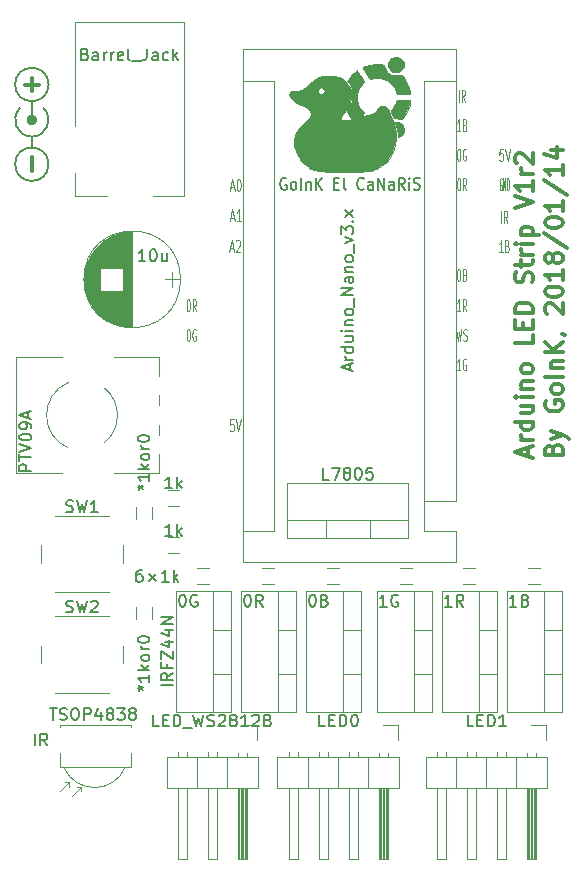
<source format=gto>
G04 #@! TF.FileFunction,Legend,Top*
%FSLAX46Y46*%
G04 Gerber Fmt 4.6, Leading zero omitted, Abs format (unit mm)*
G04 Created by KiCad (PCBNEW 4.0.7-e2-6376~58~ubuntu14.04.1) date Mon Jan 15 11:45:40 2018*
%MOMM*%
%LPD*%
G01*
G04 APERTURE LIST*
%ADD10C,0.100000*%
%ADD11C,0.400000*%
%ADD12C,0.300000*%
%ADD13C,0.200000*%
%ADD14C,0.075000*%
%ADD15C,0.150000*%
%ADD16C,0.120000*%
%ADD17C,0.010000*%
G04 APERTURE END LIST*
D10*
D11*
X124500000Y-58500000D02*
G75*
G03X124500000Y-58500000I-250000J0D01*
G01*
D12*
X124257143Y-62821428D02*
X124257143Y-61678571D01*
X124257143Y-56071428D02*
X124257143Y-54928571D01*
X124828571Y-55500000D02*
X123685714Y-55500000D01*
D13*
X124250000Y-60750000D02*
X124250000Y-60000000D01*
X125664214Y-62250000D02*
G75*
G03X125664214Y-62250000I-1414214J0D01*
G01*
X125664214Y-55500000D02*
G75*
G03X125664214Y-55500000I-1414214J0D01*
G01*
X124250000Y-58500000D02*
X124250000Y-57000000D01*
X123250000Y-57500000D02*
G75*
G03X125250000Y-57500000I1000000J-1000000D01*
G01*
D14*
X164021428Y-63500000D02*
X163992857Y-63452381D01*
X163950000Y-63452381D01*
X163907143Y-63500000D01*
X163878571Y-63595238D01*
X163864286Y-63690476D01*
X163850000Y-63880952D01*
X163850000Y-64023810D01*
X163864286Y-64214286D01*
X163878571Y-64309524D01*
X163907143Y-64404762D01*
X163950000Y-64452381D01*
X163978571Y-64452381D01*
X164021428Y-64404762D01*
X164035714Y-64357143D01*
X164035714Y-64023810D01*
X163978571Y-64023810D01*
X164164286Y-64452381D02*
X164164286Y-63452381D01*
X164335714Y-64452381D01*
X164335714Y-63452381D01*
X164478572Y-64452381D02*
X164478572Y-63452381D01*
X164550000Y-63452381D01*
X164592857Y-63500000D01*
X164621429Y-63595238D01*
X164635714Y-63690476D01*
X164650000Y-63880952D01*
X164650000Y-64023810D01*
X164635714Y-64214286D01*
X164621429Y-64309524D01*
X164592857Y-64404762D01*
X164550000Y-64452381D01*
X164478572Y-64452381D01*
D10*
X164135714Y-60952381D02*
X163850000Y-60952381D01*
X163821429Y-61428571D01*
X163850000Y-61380952D01*
X163907143Y-61333333D01*
X164050000Y-61333333D01*
X164107143Y-61380952D01*
X164135714Y-61428571D01*
X164164286Y-61523810D01*
X164164286Y-61761905D01*
X164135714Y-61857143D01*
X164107143Y-61904762D01*
X164050000Y-61952381D01*
X163907143Y-61952381D01*
X163850000Y-61904762D01*
X163821429Y-61857143D01*
X164335715Y-60952381D02*
X164535715Y-61952381D01*
X164735715Y-60952381D01*
X137476191Y-76202381D02*
X137523810Y-76202381D01*
X137571429Y-76250000D01*
X137595238Y-76297619D01*
X137619048Y-76392857D01*
X137642857Y-76583333D01*
X137642857Y-76821429D01*
X137619048Y-77011905D01*
X137595238Y-77107143D01*
X137571429Y-77154762D01*
X137523810Y-77202381D01*
X137476191Y-77202381D01*
X137428572Y-77154762D01*
X137404762Y-77107143D01*
X137380953Y-77011905D01*
X137357143Y-76821429D01*
X137357143Y-76583333D01*
X137380953Y-76392857D01*
X137404762Y-76297619D01*
X137428572Y-76250000D01*
X137476191Y-76202381D01*
X138119047Y-76250000D02*
X138071428Y-76202381D01*
X138000000Y-76202381D01*
X137928571Y-76250000D01*
X137880952Y-76345238D01*
X137857143Y-76440476D01*
X137833333Y-76630952D01*
X137833333Y-76773810D01*
X137857143Y-76964286D01*
X137880952Y-77059524D01*
X137928571Y-77154762D01*
X138000000Y-77202381D01*
X138047619Y-77202381D01*
X138119047Y-77154762D01*
X138142857Y-77107143D01*
X138142857Y-76773810D01*
X138047619Y-76773810D01*
X137476191Y-73702381D02*
X137523810Y-73702381D01*
X137571429Y-73750000D01*
X137595238Y-73797619D01*
X137619048Y-73892857D01*
X137642857Y-74083333D01*
X137642857Y-74321429D01*
X137619048Y-74511905D01*
X137595238Y-74607143D01*
X137571429Y-74654762D01*
X137523810Y-74702381D01*
X137476191Y-74702381D01*
X137428572Y-74654762D01*
X137404762Y-74607143D01*
X137380953Y-74511905D01*
X137357143Y-74321429D01*
X137357143Y-74083333D01*
X137380953Y-73892857D01*
X137404762Y-73797619D01*
X137428572Y-73750000D01*
X137476191Y-73702381D01*
X138142857Y-74702381D02*
X137976190Y-74226190D01*
X137857143Y-74702381D02*
X137857143Y-73702381D01*
X138047619Y-73702381D01*
X138095238Y-73750000D01*
X138119047Y-73797619D01*
X138142857Y-73892857D01*
X138142857Y-74035714D01*
X138119047Y-74130952D01*
X138095238Y-74178571D01*
X138047619Y-74226190D01*
X137857143Y-74226190D01*
X164130952Y-69702381D02*
X163845238Y-69702381D01*
X163988095Y-69702381D02*
X163988095Y-68702381D01*
X163940476Y-68845238D01*
X163892857Y-68940476D01*
X163845238Y-68988095D01*
X164511904Y-69178571D02*
X164583333Y-69226190D01*
X164607142Y-69273810D01*
X164630952Y-69369048D01*
X164630952Y-69511905D01*
X164607142Y-69607143D01*
X164583333Y-69654762D01*
X164535714Y-69702381D01*
X164345238Y-69702381D01*
X164345238Y-68702381D01*
X164511904Y-68702381D01*
X164559523Y-68750000D01*
X164583333Y-68797619D01*
X164607142Y-68892857D01*
X164607142Y-68988095D01*
X164583333Y-69083333D01*
X164559523Y-69130952D01*
X164511904Y-69178571D01*
X164345238Y-69178571D01*
X164000001Y-67202381D02*
X164000001Y-66202381D01*
X164523810Y-67202381D02*
X164357143Y-66726190D01*
X164238096Y-67202381D02*
X164238096Y-66202381D01*
X164428572Y-66202381D01*
X164476191Y-66250000D01*
X164500000Y-66297619D01*
X164523810Y-66392857D01*
X164523810Y-66535714D01*
X164500000Y-66630952D01*
X164476191Y-66678571D01*
X164428572Y-66726190D01*
X164238096Y-66726190D01*
X141071429Y-64216667D02*
X141357143Y-64216667D01*
X141014286Y-64502381D02*
X141214286Y-63502381D01*
X141414286Y-64502381D01*
X141728572Y-63502381D02*
X141785715Y-63502381D01*
X141842858Y-63550000D01*
X141871429Y-63597619D01*
X141900000Y-63692857D01*
X141928572Y-63883333D01*
X141928572Y-64121429D01*
X141900000Y-64311905D01*
X141871429Y-64407143D01*
X141842858Y-64454762D01*
X141785715Y-64502381D01*
X141728572Y-64502381D01*
X141671429Y-64454762D01*
X141642858Y-64407143D01*
X141614286Y-64311905D01*
X141585715Y-64121429D01*
X141585715Y-63883333D01*
X141614286Y-63692857D01*
X141642858Y-63597619D01*
X141671429Y-63550000D01*
X141728572Y-63502381D01*
X141071429Y-66766667D02*
X141357143Y-66766667D01*
X141014286Y-67052381D02*
X141214286Y-66052381D01*
X141414286Y-67052381D01*
X141928572Y-67052381D02*
X141585715Y-67052381D01*
X141757143Y-67052381D02*
X141757143Y-66052381D01*
X141700000Y-66195238D01*
X141642858Y-66290476D01*
X141585715Y-66338095D01*
X141021429Y-69366667D02*
X141307143Y-69366667D01*
X140964286Y-69652381D02*
X141164286Y-68652381D01*
X141364286Y-69652381D01*
X141535715Y-68747619D02*
X141564286Y-68700000D01*
X141621429Y-68652381D01*
X141764286Y-68652381D01*
X141821429Y-68700000D01*
X141850000Y-68747619D01*
X141878572Y-68842857D01*
X141878572Y-68938095D01*
X141850000Y-69080952D01*
X141507143Y-69652381D01*
X141878572Y-69652381D01*
X141335714Y-83852381D02*
X141050000Y-83852381D01*
X141021429Y-84328571D01*
X141050000Y-84280952D01*
X141107143Y-84233333D01*
X141250000Y-84233333D01*
X141307143Y-84280952D01*
X141335714Y-84328571D01*
X141364286Y-84423810D01*
X141364286Y-84661905D01*
X141335714Y-84757143D01*
X141307143Y-84804762D01*
X141250000Y-84852381D01*
X141107143Y-84852381D01*
X141050000Y-84804762D01*
X141021429Y-84757143D01*
X141535715Y-83852381D02*
X141735715Y-84852381D01*
X141935715Y-83852381D01*
X160197620Y-76202381D02*
X160316667Y-77202381D01*
X160411905Y-76488095D01*
X160507143Y-77202381D01*
X160626191Y-76202381D01*
X160792858Y-77154762D02*
X160864287Y-77202381D01*
X160983334Y-77202381D01*
X161030953Y-77154762D01*
X161054763Y-77107143D01*
X161078572Y-77011905D01*
X161078572Y-76916667D01*
X161054763Y-76821429D01*
X161030953Y-76773810D01*
X160983334Y-76726190D01*
X160888096Y-76678571D01*
X160840477Y-76630952D01*
X160816668Y-76583333D01*
X160792858Y-76488095D01*
X160792858Y-76392857D01*
X160816668Y-76297619D01*
X160840477Y-76250000D01*
X160888096Y-76202381D01*
X161007144Y-76202381D01*
X161078572Y-76250000D01*
X160542857Y-79702381D02*
X160257143Y-79702381D01*
X160400000Y-79702381D02*
X160400000Y-78702381D01*
X160352381Y-78845238D01*
X160304762Y-78940476D01*
X160257143Y-78988095D01*
X161019047Y-78750000D02*
X160971428Y-78702381D01*
X160900000Y-78702381D01*
X160828571Y-78750000D01*
X160780952Y-78845238D01*
X160757143Y-78940476D01*
X160733333Y-79130952D01*
X160733333Y-79273810D01*
X160757143Y-79464286D01*
X160780952Y-79559524D01*
X160828571Y-79654762D01*
X160900000Y-79702381D01*
X160947619Y-79702381D01*
X161019047Y-79654762D01*
X161042857Y-79607143D01*
X161042857Y-79273810D01*
X160947619Y-79273810D01*
X160542857Y-74702381D02*
X160257143Y-74702381D01*
X160400000Y-74702381D02*
X160400000Y-73702381D01*
X160352381Y-73845238D01*
X160304762Y-73940476D01*
X160257143Y-73988095D01*
X161042857Y-74702381D02*
X160876190Y-74226190D01*
X160757143Y-74702381D02*
X160757143Y-73702381D01*
X160947619Y-73702381D01*
X160995238Y-73750000D01*
X161019047Y-73797619D01*
X161042857Y-73892857D01*
X161042857Y-74035714D01*
X161019047Y-74130952D01*
X160995238Y-74178571D01*
X160947619Y-74226190D01*
X160757143Y-74226190D01*
X160542857Y-59452381D02*
X160257143Y-59452381D01*
X160400000Y-59452381D02*
X160400000Y-58452381D01*
X160352381Y-58595238D01*
X160304762Y-58690476D01*
X160257143Y-58738095D01*
X160923809Y-58928571D02*
X160995238Y-58976190D01*
X161019047Y-59023810D01*
X161042857Y-59119048D01*
X161042857Y-59261905D01*
X161019047Y-59357143D01*
X160995238Y-59404762D01*
X160947619Y-59452381D01*
X160757143Y-59452381D01*
X160757143Y-58452381D01*
X160923809Y-58452381D01*
X160971428Y-58500000D01*
X160995238Y-58547619D01*
X161019047Y-58642857D01*
X161019047Y-58738095D01*
X160995238Y-58833333D01*
X160971428Y-58880952D01*
X160923809Y-58928571D01*
X160757143Y-58928571D01*
X160376191Y-60952381D02*
X160423810Y-60952381D01*
X160471429Y-61000000D01*
X160495238Y-61047619D01*
X160519048Y-61142857D01*
X160542857Y-61333333D01*
X160542857Y-61571429D01*
X160519048Y-61761905D01*
X160495238Y-61857143D01*
X160471429Y-61904762D01*
X160423810Y-61952381D01*
X160376191Y-61952381D01*
X160328572Y-61904762D01*
X160304762Y-61857143D01*
X160280953Y-61761905D01*
X160257143Y-61571429D01*
X160257143Y-61333333D01*
X160280953Y-61142857D01*
X160304762Y-61047619D01*
X160328572Y-61000000D01*
X160376191Y-60952381D01*
X161019047Y-61000000D02*
X160971428Y-60952381D01*
X160900000Y-60952381D01*
X160828571Y-61000000D01*
X160780952Y-61095238D01*
X160757143Y-61190476D01*
X160733333Y-61380952D01*
X160733333Y-61523810D01*
X160757143Y-61714286D01*
X160780952Y-61809524D01*
X160828571Y-61904762D01*
X160900000Y-61952381D01*
X160947619Y-61952381D01*
X161019047Y-61904762D01*
X161042857Y-61857143D01*
X161042857Y-61523810D01*
X160947619Y-61523810D01*
X160376191Y-63452381D02*
X160423810Y-63452381D01*
X160471429Y-63500000D01*
X160495238Y-63547619D01*
X160519048Y-63642857D01*
X160542857Y-63833333D01*
X160542857Y-64071429D01*
X160519048Y-64261905D01*
X160495238Y-64357143D01*
X160471429Y-64404762D01*
X160423810Y-64452381D01*
X160376191Y-64452381D01*
X160328572Y-64404762D01*
X160304762Y-64357143D01*
X160280953Y-64261905D01*
X160257143Y-64071429D01*
X160257143Y-63833333D01*
X160280953Y-63642857D01*
X160304762Y-63547619D01*
X160328572Y-63500000D01*
X160376191Y-63452381D01*
X161042857Y-64452381D02*
X160876190Y-63976190D01*
X160757143Y-64452381D02*
X160757143Y-63452381D01*
X160947619Y-63452381D01*
X160995238Y-63500000D01*
X161019047Y-63547619D01*
X161042857Y-63642857D01*
X161042857Y-63785714D01*
X161019047Y-63880952D01*
X160995238Y-63928571D01*
X160947619Y-63976190D01*
X160757143Y-63976190D01*
X160376191Y-71127381D02*
X160423810Y-71127381D01*
X160471429Y-71175000D01*
X160495238Y-71222619D01*
X160519048Y-71317857D01*
X160542857Y-71508333D01*
X160542857Y-71746429D01*
X160519048Y-71936905D01*
X160495238Y-72032143D01*
X160471429Y-72079762D01*
X160423810Y-72127381D01*
X160376191Y-72127381D01*
X160328572Y-72079762D01*
X160304762Y-72032143D01*
X160280953Y-71936905D01*
X160257143Y-71746429D01*
X160257143Y-71508333D01*
X160280953Y-71317857D01*
X160304762Y-71222619D01*
X160328572Y-71175000D01*
X160376191Y-71127381D01*
X160923809Y-71603571D02*
X160995238Y-71651190D01*
X161019047Y-71698810D01*
X161042857Y-71794048D01*
X161042857Y-71936905D01*
X161019047Y-72032143D01*
X160995238Y-72079762D01*
X160947619Y-72127381D01*
X160757143Y-72127381D01*
X160757143Y-71127381D01*
X160923809Y-71127381D01*
X160971428Y-71175000D01*
X160995238Y-71222619D01*
X161019047Y-71317857D01*
X161019047Y-71413095D01*
X160995238Y-71508333D01*
X160971428Y-71555952D01*
X160923809Y-71603571D01*
X160757143Y-71603571D01*
X160400001Y-56952381D02*
X160400001Y-55952381D01*
X160923810Y-56952381D02*
X160757143Y-56476190D01*
X160638096Y-56952381D02*
X160638096Y-55952381D01*
X160828572Y-55952381D01*
X160876191Y-56000000D01*
X160900000Y-56047619D01*
X160923810Y-56142857D01*
X160923810Y-56285714D01*
X160900000Y-56380952D01*
X160876191Y-56428571D01*
X160828572Y-56476190D01*
X160638096Y-56476190D01*
D13*
X145800000Y-63450000D02*
X145714286Y-63402381D01*
X145585715Y-63402381D01*
X145457143Y-63450000D01*
X145371429Y-63545238D01*
X145328572Y-63640476D01*
X145285715Y-63830952D01*
X145285715Y-63973810D01*
X145328572Y-64164286D01*
X145371429Y-64259524D01*
X145457143Y-64354762D01*
X145585715Y-64402381D01*
X145671429Y-64402381D01*
X145800000Y-64354762D01*
X145842857Y-64307143D01*
X145842857Y-63973810D01*
X145671429Y-63973810D01*
X146357143Y-64402381D02*
X146271429Y-64354762D01*
X146228572Y-64307143D01*
X146185715Y-64211905D01*
X146185715Y-63926190D01*
X146228572Y-63830952D01*
X146271429Y-63783333D01*
X146357143Y-63735714D01*
X146485715Y-63735714D01*
X146571429Y-63783333D01*
X146614286Y-63830952D01*
X146657143Y-63926190D01*
X146657143Y-64211905D01*
X146614286Y-64307143D01*
X146571429Y-64354762D01*
X146485715Y-64402381D01*
X146357143Y-64402381D01*
X147042858Y-64402381D02*
X147042858Y-63402381D01*
X147471429Y-63735714D02*
X147471429Y-64402381D01*
X147471429Y-63830952D02*
X147514286Y-63783333D01*
X147600000Y-63735714D01*
X147728572Y-63735714D01*
X147814286Y-63783333D01*
X147857143Y-63878571D01*
X147857143Y-64402381D01*
X148285715Y-64402381D02*
X148285715Y-63402381D01*
X148800000Y-64402381D02*
X148414286Y-63830952D01*
X148800000Y-63402381D02*
X148285715Y-63973810D01*
X149871429Y-63878571D02*
X150171429Y-63878571D01*
X150300000Y-64402381D02*
X149871429Y-64402381D01*
X149871429Y-63402381D01*
X150300000Y-63402381D01*
X150814286Y-64402381D02*
X150728572Y-64354762D01*
X150685715Y-64259524D01*
X150685715Y-63402381D01*
X152357143Y-64307143D02*
X152314286Y-64354762D01*
X152185715Y-64402381D01*
X152100001Y-64402381D01*
X151971429Y-64354762D01*
X151885715Y-64259524D01*
X151842858Y-64164286D01*
X151800001Y-63973810D01*
X151800001Y-63830952D01*
X151842858Y-63640476D01*
X151885715Y-63545238D01*
X151971429Y-63450000D01*
X152100001Y-63402381D01*
X152185715Y-63402381D01*
X152314286Y-63450000D01*
X152357143Y-63497619D01*
X153128572Y-64402381D02*
X153128572Y-63878571D01*
X153085715Y-63783333D01*
X153000001Y-63735714D01*
X152828572Y-63735714D01*
X152742858Y-63783333D01*
X153128572Y-64354762D02*
X153042858Y-64402381D01*
X152828572Y-64402381D01*
X152742858Y-64354762D01*
X152700001Y-64259524D01*
X152700001Y-64164286D01*
X152742858Y-64069048D01*
X152828572Y-64021429D01*
X153042858Y-64021429D01*
X153128572Y-63973810D01*
X153557144Y-64402381D02*
X153557144Y-63402381D01*
X154071429Y-64402381D01*
X154071429Y-63402381D01*
X154885715Y-64402381D02*
X154885715Y-63878571D01*
X154842858Y-63783333D01*
X154757144Y-63735714D01*
X154585715Y-63735714D01*
X154500001Y-63783333D01*
X154885715Y-64354762D02*
X154800001Y-64402381D01*
X154585715Y-64402381D01*
X154500001Y-64354762D01*
X154457144Y-64259524D01*
X154457144Y-64164286D01*
X154500001Y-64069048D01*
X154585715Y-64021429D01*
X154800001Y-64021429D01*
X154885715Y-63973810D01*
X155828572Y-64402381D02*
X155528572Y-63926190D01*
X155314287Y-64402381D02*
X155314287Y-63402381D01*
X155657144Y-63402381D01*
X155742858Y-63450000D01*
X155785715Y-63497619D01*
X155828572Y-63592857D01*
X155828572Y-63735714D01*
X155785715Y-63830952D01*
X155742858Y-63878571D01*
X155657144Y-63926190D01*
X155314287Y-63926190D01*
X156214287Y-64402381D02*
X156214287Y-63735714D01*
X156214287Y-63402381D02*
X156171430Y-63450000D01*
X156214287Y-63497619D01*
X156257144Y-63450000D01*
X156214287Y-63402381D01*
X156214287Y-63497619D01*
X156600001Y-64354762D02*
X156728572Y-64402381D01*
X156942858Y-64402381D01*
X157028572Y-64354762D01*
X157071429Y-64307143D01*
X157114286Y-64211905D01*
X157114286Y-64116667D01*
X157071429Y-64021429D01*
X157028572Y-63973810D01*
X156942858Y-63926190D01*
X156771429Y-63878571D01*
X156685715Y-63830952D01*
X156642858Y-63783333D01*
X156600001Y-63688095D01*
X156600001Y-63592857D01*
X156642858Y-63497619D01*
X156685715Y-63450000D01*
X156771429Y-63402381D01*
X156985715Y-63402381D01*
X157114286Y-63450000D01*
D12*
X166225000Y-86964286D02*
X166225000Y-86250000D01*
X166653571Y-87107143D02*
X165153571Y-86607143D01*
X166653571Y-86107143D01*
X166653571Y-85607143D02*
X165653571Y-85607143D01*
X165939286Y-85607143D02*
X165796429Y-85535715D01*
X165725000Y-85464286D01*
X165653571Y-85321429D01*
X165653571Y-85178572D01*
X166653571Y-84035715D02*
X165153571Y-84035715D01*
X166582143Y-84035715D02*
X166653571Y-84178572D01*
X166653571Y-84464286D01*
X166582143Y-84607144D01*
X166510714Y-84678572D01*
X166367857Y-84750001D01*
X165939286Y-84750001D01*
X165796429Y-84678572D01*
X165725000Y-84607144D01*
X165653571Y-84464286D01*
X165653571Y-84178572D01*
X165725000Y-84035715D01*
X165653571Y-82678572D02*
X166653571Y-82678572D01*
X165653571Y-83321429D02*
X166439286Y-83321429D01*
X166582143Y-83250001D01*
X166653571Y-83107143D01*
X166653571Y-82892858D01*
X166582143Y-82750001D01*
X166510714Y-82678572D01*
X166653571Y-81964286D02*
X165653571Y-81964286D01*
X165153571Y-81964286D02*
X165225000Y-82035715D01*
X165296429Y-81964286D01*
X165225000Y-81892858D01*
X165153571Y-81964286D01*
X165296429Y-81964286D01*
X165653571Y-81250000D02*
X166653571Y-81250000D01*
X165796429Y-81250000D02*
X165725000Y-81178572D01*
X165653571Y-81035714D01*
X165653571Y-80821429D01*
X165725000Y-80678572D01*
X165867857Y-80607143D01*
X166653571Y-80607143D01*
X166653571Y-79678571D02*
X166582143Y-79821429D01*
X166510714Y-79892857D01*
X166367857Y-79964286D01*
X165939286Y-79964286D01*
X165796429Y-79892857D01*
X165725000Y-79821429D01*
X165653571Y-79678571D01*
X165653571Y-79464286D01*
X165725000Y-79321429D01*
X165796429Y-79250000D01*
X165939286Y-79178571D01*
X166367857Y-79178571D01*
X166510714Y-79250000D01*
X166582143Y-79321429D01*
X166653571Y-79464286D01*
X166653571Y-79678571D01*
X166653571Y-76678571D02*
X166653571Y-77392857D01*
X165153571Y-77392857D01*
X165867857Y-76178571D02*
X165867857Y-75678571D01*
X166653571Y-75464285D02*
X166653571Y-76178571D01*
X165153571Y-76178571D01*
X165153571Y-75464285D01*
X166653571Y-74821428D02*
X165153571Y-74821428D01*
X165153571Y-74464285D01*
X165225000Y-74250000D01*
X165367857Y-74107142D01*
X165510714Y-74035714D01*
X165796429Y-73964285D01*
X166010714Y-73964285D01*
X166296429Y-74035714D01*
X166439286Y-74107142D01*
X166582143Y-74250000D01*
X166653571Y-74464285D01*
X166653571Y-74821428D01*
X166582143Y-72250000D02*
X166653571Y-72035714D01*
X166653571Y-71678571D01*
X166582143Y-71535714D01*
X166510714Y-71464285D01*
X166367857Y-71392857D01*
X166225000Y-71392857D01*
X166082143Y-71464285D01*
X166010714Y-71535714D01*
X165939286Y-71678571D01*
X165867857Y-71964285D01*
X165796429Y-72107143D01*
X165725000Y-72178571D01*
X165582143Y-72250000D01*
X165439286Y-72250000D01*
X165296429Y-72178571D01*
X165225000Y-72107143D01*
X165153571Y-71964285D01*
X165153571Y-71607143D01*
X165225000Y-71392857D01*
X165653571Y-70964286D02*
X165653571Y-70392857D01*
X165153571Y-70750000D02*
X166439286Y-70750000D01*
X166582143Y-70678572D01*
X166653571Y-70535714D01*
X166653571Y-70392857D01*
X166653571Y-69892857D02*
X165653571Y-69892857D01*
X165939286Y-69892857D02*
X165796429Y-69821429D01*
X165725000Y-69750000D01*
X165653571Y-69607143D01*
X165653571Y-69464286D01*
X166653571Y-68964286D02*
X165653571Y-68964286D01*
X165153571Y-68964286D02*
X165225000Y-69035715D01*
X165296429Y-68964286D01*
X165225000Y-68892858D01*
X165153571Y-68964286D01*
X165296429Y-68964286D01*
X165653571Y-68250000D02*
X167153571Y-68250000D01*
X165725000Y-68250000D02*
X165653571Y-68107143D01*
X165653571Y-67821429D01*
X165725000Y-67678572D01*
X165796429Y-67607143D01*
X165939286Y-67535714D01*
X166367857Y-67535714D01*
X166510714Y-67607143D01*
X166582143Y-67678572D01*
X166653571Y-67821429D01*
X166653571Y-68107143D01*
X166582143Y-68250000D01*
X165153571Y-65964286D02*
X166653571Y-65464286D01*
X165153571Y-64964286D01*
X166653571Y-63678572D02*
X166653571Y-64535715D01*
X166653571Y-64107143D02*
X165153571Y-64107143D01*
X165367857Y-64250000D01*
X165510714Y-64392858D01*
X165582143Y-64535715D01*
X166653571Y-63035715D02*
X165653571Y-63035715D01*
X165939286Y-63035715D02*
X165796429Y-62964287D01*
X165725000Y-62892858D01*
X165653571Y-62750001D01*
X165653571Y-62607144D01*
X165296429Y-62178573D02*
X165225000Y-62107144D01*
X165153571Y-61964287D01*
X165153571Y-61607144D01*
X165225000Y-61464287D01*
X165296429Y-61392858D01*
X165439286Y-61321430D01*
X165582143Y-61321430D01*
X165796429Y-61392858D01*
X166653571Y-62250001D01*
X166653571Y-61321430D01*
X168417857Y-86392857D02*
X168489286Y-86178571D01*
X168560714Y-86107143D01*
X168703571Y-86035714D01*
X168917857Y-86035714D01*
X169060714Y-86107143D01*
X169132143Y-86178571D01*
X169203571Y-86321429D01*
X169203571Y-86892857D01*
X167703571Y-86892857D01*
X167703571Y-86392857D01*
X167775000Y-86250000D01*
X167846429Y-86178571D01*
X167989286Y-86107143D01*
X168132143Y-86107143D01*
X168275000Y-86178571D01*
X168346429Y-86250000D01*
X168417857Y-86392857D01*
X168417857Y-86892857D01*
X168203571Y-85535714D02*
X169203571Y-85178571D01*
X168203571Y-84821429D02*
X169203571Y-85178571D01*
X169560714Y-85321429D01*
X169632143Y-85392857D01*
X169703571Y-85535714D01*
X167775000Y-82321429D02*
X167703571Y-82464286D01*
X167703571Y-82678572D01*
X167775000Y-82892857D01*
X167917857Y-83035715D01*
X168060714Y-83107143D01*
X168346429Y-83178572D01*
X168560714Y-83178572D01*
X168846429Y-83107143D01*
X168989286Y-83035715D01*
X169132143Y-82892857D01*
X169203571Y-82678572D01*
X169203571Y-82535715D01*
X169132143Y-82321429D01*
X169060714Y-82250000D01*
X168560714Y-82250000D01*
X168560714Y-82535715D01*
X169203571Y-81392857D02*
X169132143Y-81535715D01*
X169060714Y-81607143D01*
X168917857Y-81678572D01*
X168489286Y-81678572D01*
X168346429Y-81607143D01*
X168275000Y-81535715D01*
X168203571Y-81392857D01*
X168203571Y-81178572D01*
X168275000Y-81035715D01*
X168346429Y-80964286D01*
X168489286Y-80892857D01*
X168917857Y-80892857D01*
X169060714Y-80964286D01*
X169132143Y-81035715D01*
X169203571Y-81178572D01*
X169203571Y-81392857D01*
X169203571Y-80250000D02*
X167703571Y-80250000D01*
X168203571Y-79535714D02*
X169203571Y-79535714D01*
X168346429Y-79535714D02*
X168275000Y-79464286D01*
X168203571Y-79321428D01*
X168203571Y-79107143D01*
X168275000Y-78964286D01*
X168417857Y-78892857D01*
X169203571Y-78892857D01*
X169203571Y-78178571D02*
X167703571Y-78178571D01*
X169203571Y-77321428D02*
X168346429Y-77964285D01*
X167703571Y-77321428D02*
X168560714Y-78178571D01*
X169132143Y-76607143D02*
X169203571Y-76607143D01*
X169346429Y-76678571D01*
X169417857Y-76750000D01*
X167846429Y-74892857D02*
X167775000Y-74821428D01*
X167703571Y-74678571D01*
X167703571Y-74321428D01*
X167775000Y-74178571D01*
X167846429Y-74107142D01*
X167989286Y-74035714D01*
X168132143Y-74035714D01*
X168346429Y-74107142D01*
X169203571Y-74964285D01*
X169203571Y-74035714D01*
X167703571Y-73107143D02*
X167703571Y-72964286D01*
X167775000Y-72821429D01*
X167846429Y-72750000D01*
X167989286Y-72678571D01*
X168275000Y-72607143D01*
X168632143Y-72607143D01*
X168917857Y-72678571D01*
X169060714Y-72750000D01*
X169132143Y-72821429D01*
X169203571Y-72964286D01*
X169203571Y-73107143D01*
X169132143Y-73250000D01*
X169060714Y-73321429D01*
X168917857Y-73392857D01*
X168632143Y-73464286D01*
X168275000Y-73464286D01*
X167989286Y-73392857D01*
X167846429Y-73321429D01*
X167775000Y-73250000D01*
X167703571Y-73107143D01*
X169203571Y-71178572D02*
X169203571Y-72035715D01*
X169203571Y-71607143D02*
X167703571Y-71607143D01*
X167917857Y-71750000D01*
X168060714Y-71892858D01*
X168132143Y-72035715D01*
X168346429Y-70321429D02*
X168275000Y-70464287D01*
X168203571Y-70535715D01*
X168060714Y-70607144D01*
X167989286Y-70607144D01*
X167846429Y-70535715D01*
X167775000Y-70464287D01*
X167703571Y-70321429D01*
X167703571Y-70035715D01*
X167775000Y-69892858D01*
X167846429Y-69821429D01*
X167989286Y-69750001D01*
X168060714Y-69750001D01*
X168203571Y-69821429D01*
X168275000Y-69892858D01*
X168346429Y-70035715D01*
X168346429Y-70321429D01*
X168417857Y-70464287D01*
X168489286Y-70535715D01*
X168632143Y-70607144D01*
X168917857Y-70607144D01*
X169060714Y-70535715D01*
X169132143Y-70464287D01*
X169203571Y-70321429D01*
X169203571Y-70035715D01*
X169132143Y-69892858D01*
X169060714Y-69821429D01*
X168917857Y-69750001D01*
X168632143Y-69750001D01*
X168489286Y-69821429D01*
X168417857Y-69892858D01*
X168346429Y-70035715D01*
X167632143Y-68035716D02*
X169560714Y-69321430D01*
X167703571Y-67250001D02*
X167703571Y-67107144D01*
X167775000Y-66964287D01*
X167846429Y-66892858D01*
X167989286Y-66821429D01*
X168275000Y-66750001D01*
X168632143Y-66750001D01*
X168917857Y-66821429D01*
X169060714Y-66892858D01*
X169132143Y-66964287D01*
X169203571Y-67107144D01*
X169203571Y-67250001D01*
X169132143Y-67392858D01*
X169060714Y-67464287D01*
X168917857Y-67535715D01*
X168632143Y-67607144D01*
X168275000Y-67607144D01*
X167989286Y-67535715D01*
X167846429Y-67464287D01*
X167775000Y-67392858D01*
X167703571Y-67250001D01*
X169203571Y-65321430D02*
X169203571Y-66178573D01*
X169203571Y-65750001D02*
X167703571Y-65750001D01*
X167917857Y-65892858D01*
X168060714Y-66035716D01*
X168132143Y-66178573D01*
X167632143Y-63607145D02*
X169560714Y-64892859D01*
X169203571Y-62321430D02*
X169203571Y-63178573D01*
X169203571Y-62750001D02*
X167703571Y-62750001D01*
X167917857Y-62892858D01*
X168060714Y-63035716D01*
X168132143Y-63178573D01*
X168203571Y-61035716D02*
X169203571Y-61035716D01*
X167632143Y-61392859D02*
X168703571Y-61750002D01*
X168703571Y-60821430D01*
D15*
X124500000Y-111452381D02*
X124500000Y-110452381D01*
X125547619Y-111452381D02*
X125214285Y-110976190D01*
X124976190Y-111452381D02*
X124976190Y-110452381D01*
X125357143Y-110452381D01*
X125452381Y-110500000D01*
X125500000Y-110547619D01*
X125547619Y-110642857D01*
X125547619Y-110785714D01*
X125500000Y-110880952D01*
X125452381Y-110928571D01*
X125357143Y-110976190D01*
X124976190Y-110976190D01*
X165285715Y-99702381D02*
X164714286Y-99702381D01*
X165000000Y-99702381D02*
X165000000Y-98702381D01*
X164904762Y-98845238D01*
X164809524Y-98940476D01*
X164714286Y-98988095D01*
X166047620Y-99178571D02*
X166190477Y-99226190D01*
X166238096Y-99273810D01*
X166285715Y-99369048D01*
X166285715Y-99511905D01*
X166238096Y-99607143D01*
X166190477Y-99654762D01*
X166095239Y-99702381D01*
X165714286Y-99702381D01*
X165714286Y-98702381D01*
X166047620Y-98702381D01*
X166142858Y-98750000D01*
X166190477Y-98797619D01*
X166238096Y-98892857D01*
X166238096Y-98988095D01*
X166190477Y-99083333D01*
X166142858Y-99130952D01*
X166047620Y-99178571D01*
X165714286Y-99178571D01*
X159785715Y-99702381D02*
X159214286Y-99702381D01*
X159500000Y-99702381D02*
X159500000Y-98702381D01*
X159404762Y-98845238D01*
X159309524Y-98940476D01*
X159214286Y-98988095D01*
X160785715Y-99702381D02*
X160452381Y-99226190D01*
X160214286Y-99702381D02*
X160214286Y-98702381D01*
X160595239Y-98702381D01*
X160690477Y-98750000D01*
X160738096Y-98797619D01*
X160785715Y-98892857D01*
X160785715Y-99035714D01*
X160738096Y-99130952D01*
X160690477Y-99178571D01*
X160595239Y-99226190D01*
X160214286Y-99226190D01*
X154285715Y-99702381D02*
X153714286Y-99702381D01*
X154000000Y-99702381D02*
X154000000Y-98702381D01*
X153904762Y-98845238D01*
X153809524Y-98940476D01*
X153714286Y-98988095D01*
X155238096Y-98750000D02*
X155142858Y-98702381D01*
X155000001Y-98702381D01*
X154857143Y-98750000D01*
X154761905Y-98845238D01*
X154714286Y-98940476D01*
X154666667Y-99130952D01*
X154666667Y-99273810D01*
X154714286Y-99464286D01*
X154761905Y-99559524D01*
X154857143Y-99654762D01*
X155000001Y-99702381D01*
X155095239Y-99702381D01*
X155238096Y-99654762D01*
X155285715Y-99607143D01*
X155285715Y-99273810D01*
X155095239Y-99273810D01*
X147952381Y-98702381D02*
X148047620Y-98702381D01*
X148142858Y-98750000D01*
X148190477Y-98797619D01*
X148238096Y-98892857D01*
X148285715Y-99083333D01*
X148285715Y-99321429D01*
X148238096Y-99511905D01*
X148190477Y-99607143D01*
X148142858Y-99654762D01*
X148047620Y-99702381D01*
X147952381Y-99702381D01*
X147857143Y-99654762D01*
X147809524Y-99607143D01*
X147761905Y-99511905D01*
X147714286Y-99321429D01*
X147714286Y-99083333D01*
X147761905Y-98892857D01*
X147809524Y-98797619D01*
X147857143Y-98750000D01*
X147952381Y-98702381D01*
X149047620Y-99178571D02*
X149190477Y-99226190D01*
X149238096Y-99273810D01*
X149285715Y-99369048D01*
X149285715Y-99511905D01*
X149238096Y-99607143D01*
X149190477Y-99654762D01*
X149095239Y-99702381D01*
X148714286Y-99702381D01*
X148714286Y-98702381D01*
X149047620Y-98702381D01*
X149142858Y-98750000D01*
X149190477Y-98797619D01*
X149238096Y-98892857D01*
X149238096Y-98988095D01*
X149190477Y-99083333D01*
X149142858Y-99130952D01*
X149047620Y-99178571D01*
X148714286Y-99178571D01*
X142452381Y-98702381D02*
X142547620Y-98702381D01*
X142642858Y-98750000D01*
X142690477Y-98797619D01*
X142738096Y-98892857D01*
X142785715Y-99083333D01*
X142785715Y-99321429D01*
X142738096Y-99511905D01*
X142690477Y-99607143D01*
X142642858Y-99654762D01*
X142547620Y-99702381D01*
X142452381Y-99702381D01*
X142357143Y-99654762D01*
X142309524Y-99607143D01*
X142261905Y-99511905D01*
X142214286Y-99321429D01*
X142214286Y-99083333D01*
X142261905Y-98892857D01*
X142309524Y-98797619D01*
X142357143Y-98750000D01*
X142452381Y-98702381D01*
X143785715Y-99702381D02*
X143452381Y-99226190D01*
X143214286Y-99702381D02*
X143214286Y-98702381D01*
X143595239Y-98702381D01*
X143690477Y-98750000D01*
X143738096Y-98797619D01*
X143785715Y-98892857D01*
X143785715Y-99035714D01*
X143738096Y-99130952D01*
X143690477Y-99178571D01*
X143595239Y-99226190D01*
X143214286Y-99226190D01*
X136952381Y-98702381D02*
X137047620Y-98702381D01*
X137142858Y-98750000D01*
X137190477Y-98797619D01*
X137238096Y-98892857D01*
X137285715Y-99083333D01*
X137285715Y-99321429D01*
X137238096Y-99511905D01*
X137190477Y-99607143D01*
X137142858Y-99654762D01*
X137047620Y-99702381D01*
X136952381Y-99702381D01*
X136857143Y-99654762D01*
X136809524Y-99607143D01*
X136761905Y-99511905D01*
X136714286Y-99321429D01*
X136714286Y-99083333D01*
X136761905Y-98892857D01*
X136809524Y-98797619D01*
X136857143Y-98750000D01*
X136952381Y-98702381D01*
X138238096Y-98750000D02*
X138142858Y-98702381D01*
X138000001Y-98702381D01*
X137857143Y-98750000D01*
X137761905Y-98845238D01*
X137714286Y-98940476D01*
X137666667Y-99130952D01*
X137666667Y-99273810D01*
X137714286Y-99464286D01*
X137761905Y-99559524D01*
X137857143Y-99654762D01*
X138000001Y-99702381D01*
X138095239Y-99702381D01*
X138238096Y-99654762D01*
X138285715Y-99607143D01*
X138285715Y-99273810D01*
X138095239Y-99273810D01*
X133540477Y-96602381D02*
X133350000Y-96602381D01*
X133254762Y-96650000D01*
X133207143Y-96697619D01*
X133111905Y-96840476D01*
X133064286Y-97030952D01*
X133064286Y-97411905D01*
X133111905Y-97507143D01*
X133159524Y-97554762D01*
X133254762Y-97602381D01*
X133445239Y-97602381D01*
X133540477Y-97554762D01*
X133588096Y-97507143D01*
X133635715Y-97411905D01*
X133635715Y-97173810D01*
X133588096Y-97078571D01*
X133540477Y-97030952D01*
X133445239Y-96983333D01*
X133254762Y-96983333D01*
X133159524Y-97030952D01*
X133111905Y-97078571D01*
X133064286Y-97173810D01*
X134159524Y-96935714D02*
X134730953Y-97507143D01*
X134730953Y-96935714D02*
X134159524Y-97507143D01*
X135826191Y-97602381D02*
X135254762Y-97602381D01*
X135540476Y-97602381D02*
X135540476Y-96602381D01*
X135445238Y-96745238D01*
X135350000Y-96840476D01*
X135254762Y-96888095D01*
X136254762Y-97602381D02*
X136254762Y-96602381D01*
X136350000Y-97221429D02*
X136635715Y-97602381D01*
X136635715Y-96935714D02*
X136254762Y-97316667D01*
D16*
X163620000Y-98420000D02*
X163620000Y-108660000D01*
X158979000Y-98420000D02*
X158979000Y-108660000D01*
X163620000Y-98420000D02*
X158979000Y-98420000D01*
X163620000Y-108660000D02*
X158979000Y-108660000D01*
X162110000Y-98420000D02*
X162110000Y-108660000D01*
X163620000Y-101690000D02*
X162110000Y-101690000D01*
X163620000Y-105391000D02*
X162110000Y-105391000D01*
X157470000Y-90730000D02*
X157470000Y-93270000D01*
X157470000Y-93270000D02*
X160140000Y-93270000D01*
X160140000Y-90730000D02*
X160140000Y-52500000D01*
X160140000Y-95940000D02*
X160140000Y-93270000D01*
X144770000Y-93270000D02*
X142100000Y-93270000D01*
X144770000Y-93270000D02*
X144770000Y-55170000D01*
X144770000Y-55170000D02*
X142100000Y-55170000D01*
X157470000Y-90730000D02*
X160140000Y-90730000D01*
X157470000Y-90730000D02*
X157470000Y-55170000D01*
X157470000Y-55170000D02*
X160140000Y-55170000D01*
X160140000Y-52500000D02*
X142100000Y-52500000D01*
X142100000Y-52500000D02*
X142100000Y-95940000D01*
X142100000Y-95940000D02*
X160140000Y-95940000D01*
X136840000Y-72000000D02*
G75*
G03X136840000Y-72000000I-4090000J0D01*
G01*
X132750000Y-76050000D02*
X132750000Y-67950000D01*
X132710000Y-76050000D02*
X132710000Y-67950000D01*
X132670000Y-76050000D02*
X132670000Y-67950000D01*
X132630000Y-76049000D02*
X132630000Y-67951000D01*
X132590000Y-76047000D02*
X132590000Y-67953000D01*
X132550000Y-76046000D02*
X132550000Y-67954000D01*
X132510000Y-76043000D02*
X132510000Y-67957000D01*
X132470000Y-76041000D02*
X132470000Y-67959000D01*
X132430000Y-76038000D02*
X132430000Y-67962000D01*
X132390000Y-76035000D02*
X132390000Y-67965000D01*
X132350000Y-76031000D02*
X132350000Y-67969000D01*
X132310000Y-76027000D02*
X132310000Y-67973000D01*
X132270000Y-76022000D02*
X132270000Y-67978000D01*
X132230000Y-76017000D02*
X132230000Y-67983000D01*
X132190000Y-76012000D02*
X132190000Y-67988000D01*
X132150000Y-76006000D02*
X132150000Y-67994000D01*
X132110000Y-76000000D02*
X132110000Y-68000000D01*
X132070000Y-75994000D02*
X132070000Y-68006000D01*
X132029000Y-75987000D02*
X132029000Y-68013000D01*
X131989000Y-75979000D02*
X131989000Y-68021000D01*
X131949000Y-75971000D02*
X131949000Y-72980000D01*
X131949000Y-71020000D02*
X131949000Y-68029000D01*
X131909000Y-75963000D02*
X131909000Y-72980000D01*
X131909000Y-71020000D02*
X131909000Y-68037000D01*
X131869000Y-75955000D02*
X131869000Y-72980000D01*
X131869000Y-71020000D02*
X131869000Y-68045000D01*
X131829000Y-75946000D02*
X131829000Y-72980000D01*
X131829000Y-71020000D02*
X131829000Y-68054000D01*
X131789000Y-75936000D02*
X131789000Y-72980000D01*
X131789000Y-71020000D02*
X131789000Y-68064000D01*
X131749000Y-75926000D02*
X131749000Y-72980000D01*
X131749000Y-71020000D02*
X131749000Y-68074000D01*
X131709000Y-75916000D02*
X131709000Y-72980000D01*
X131709000Y-71020000D02*
X131709000Y-68084000D01*
X131669000Y-75905000D02*
X131669000Y-72980000D01*
X131669000Y-71020000D02*
X131669000Y-68095000D01*
X131629000Y-75894000D02*
X131629000Y-72980000D01*
X131629000Y-71020000D02*
X131629000Y-68106000D01*
X131589000Y-75883000D02*
X131589000Y-72980000D01*
X131589000Y-71020000D02*
X131589000Y-68117000D01*
X131549000Y-75870000D02*
X131549000Y-72980000D01*
X131549000Y-71020000D02*
X131549000Y-68130000D01*
X131509000Y-75858000D02*
X131509000Y-72980000D01*
X131509000Y-71020000D02*
X131509000Y-68142000D01*
X131469000Y-75845000D02*
X131469000Y-72980000D01*
X131469000Y-71020000D02*
X131469000Y-68155000D01*
X131429000Y-75832000D02*
X131429000Y-72980000D01*
X131429000Y-71020000D02*
X131429000Y-68168000D01*
X131389000Y-75818000D02*
X131389000Y-72980000D01*
X131389000Y-71020000D02*
X131389000Y-68182000D01*
X131349000Y-75803000D02*
X131349000Y-72980000D01*
X131349000Y-71020000D02*
X131349000Y-68197000D01*
X131309000Y-75789000D02*
X131309000Y-72980000D01*
X131309000Y-71020000D02*
X131309000Y-68211000D01*
X131269000Y-75773000D02*
X131269000Y-72980000D01*
X131269000Y-71020000D02*
X131269000Y-68227000D01*
X131229000Y-75758000D02*
X131229000Y-72980000D01*
X131229000Y-71020000D02*
X131229000Y-68242000D01*
X131189000Y-75741000D02*
X131189000Y-72980000D01*
X131189000Y-71020000D02*
X131189000Y-68259000D01*
X131149000Y-75725000D02*
X131149000Y-72980000D01*
X131149000Y-71020000D02*
X131149000Y-68275000D01*
X131109000Y-75707000D02*
X131109000Y-72980000D01*
X131109000Y-71020000D02*
X131109000Y-68293000D01*
X131069000Y-75690000D02*
X131069000Y-72980000D01*
X131069000Y-71020000D02*
X131069000Y-68310000D01*
X131029000Y-75671000D02*
X131029000Y-72980000D01*
X131029000Y-71020000D02*
X131029000Y-68329000D01*
X130989000Y-75652000D02*
X130989000Y-72980000D01*
X130989000Y-71020000D02*
X130989000Y-68348000D01*
X130949000Y-75633000D02*
X130949000Y-72980000D01*
X130949000Y-71020000D02*
X130949000Y-68367000D01*
X130909000Y-75613000D02*
X130909000Y-72980000D01*
X130909000Y-71020000D02*
X130909000Y-68387000D01*
X130869000Y-75593000D02*
X130869000Y-72980000D01*
X130869000Y-71020000D02*
X130869000Y-68407000D01*
X130829000Y-75572000D02*
X130829000Y-72980000D01*
X130829000Y-71020000D02*
X130829000Y-68428000D01*
X130789000Y-75550000D02*
X130789000Y-72980000D01*
X130789000Y-71020000D02*
X130789000Y-68450000D01*
X130749000Y-75528000D02*
X130749000Y-72980000D01*
X130749000Y-71020000D02*
X130749000Y-68472000D01*
X130709000Y-75505000D02*
X130709000Y-72980000D01*
X130709000Y-71020000D02*
X130709000Y-68495000D01*
X130669000Y-75482000D02*
X130669000Y-72980000D01*
X130669000Y-71020000D02*
X130669000Y-68518000D01*
X130629000Y-75458000D02*
X130629000Y-72980000D01*
X130629000Y-71020000D02*
X130629000Y-68542000D01*
X130589000Y-75434000D02*
X130589000Y-72980000D01*
X130589000Y-71020000D02*
X130589000Y-68566000D01*
X130549000Y-75408000D02*
X130549000Y-72980000D01*
X130549000Y-71020000D02*
X130549000Y-68592000D01*
X130509000Y-75383000D02*
X130509000Y-72980000D01*
X130509000Y-71020000D02*
X130509000Y-68617000D01*
X130469000Y-75356000D02*
X130469000Y-72980000D01*
X130469000Y-71020000D02*
X130469000Y-68644000D01*
X130429000Y-75329000D02*
X130429000Y-72980000D01*
X130429000Y-71020000D02*
X130429000Y-68671000D01*
X130389000Y-75301000D02*
X130389000Y-72980000D01*
X130389000Y-71020000D02*
X130389000Y-68699000D01*
X130349000Y-75272000D02*
X130349000Y-72980000D01*
X130349000Y-71020000D02*
X130349000Y-68728000D01*
X130309000Y-75243000D02*
X130309000Y-72980000D01*
X130309000Y-71020000D02*
X130309000Y-68757000D01*
X130269000Y-75213000D02*
X130269000Y-72980000D01*
X130269000Y-71020000D02*
X130269000Y-68787000D01*
X130229000Y-75182000D02*
X130229000Y-72980000D01*
X130229000Y-71020000D02*
X130229000Y-68818000D01*
X130189000Y-75150000D02*
X130189000Y-72980000D01*
X130189000Y-71020000D02*
X130189000Y-68850000D01*
X130149000Y-75118000D02*
X130149000Y-72980000D01*
X130149000Y-71020000D02*
X130149000Y-68882000D01*
X130109000Y-75084000D02*
X130109000Y-72980000D01*
X130109000Y-71020000D02*
X130109000Y-68916000D01*
X130069000Y-75050000D02*
X130069000Y-72980000D01*
X130069000Y-71020000D02*
X130069000Y-68950000D01*
X130029000Y-75015000D02*
X130029000Y-72980000D01*
X130029000Y-71020000D02*
X130029000Y-68985000D01*
X129989000Y-74979000D02*
X129989000Y-69021000D01*
X129949000Y-74942000D02*
X129949000Y-69058000D01*
X129909000Y-74904000D02*
X129909000Y-69096000D01*
X129869000Y-74865000D02*
X129869000Y-69135000D01*
X129829000Y-74824000D02*
X129829000Y-69176000D01*
X129789000Y-74783000D02*
X129789000Y-69217000D01*
X129749000Y-74740000D02*
X129749000Y-69260000D01*
X129709000Y-74697000D02*
X129709000Y-69303000D01*
X129669000Y-74652000D02*
X129669000Y-69348000D01*
X129629000Y-74605000D02*
X129629000Y-69395000D01*
X129589000Y-74557000D02*
X129589000Y-69443000D01*
X129549000Y-74508000D02*
X129549000Y-69492000D01*
X129509000Y-74457000D02*
X129509000Y-69543000D01*
X129469000Y-74404000D02*
X129469000Y-69596000D01*
X129429000Y-74349000D02*
X129429000Y-69651000D01*
X129389000Y-74293000D02*
X129389000Y-69707000D01*
X129349000Y-74234000D02*
X129349000Y-69766000D01*
X129309000Y-74173000D02*
X129309000Y-69827000D01*
X129269000Y-74109000D02*
X129269000Y-69891000D01*
X129229000Y-74043000D02*
X129229000Y-69957000D01*
X129189000Y-73974000D02*
X129189000Y-70026000D01*
X129149000Y-73902000D02*
X129149000Y-70098000D01*
X129109000Y-73826000D02*
X129109000Y-70174000D01*
X129069000Y-73745000D02*
X129069000Y-70255000D01*
X129029000Y-73660000D02*
X129029000Y-70340000D01*
X128989000Y-73570000D02*
X128989000Y-70430000D01*
X128949000Y-73473000D02*
X128949000Y-70527000D01*
X128909000Y-73369000D02*
X128909000Y-70631000D01*
X128869000Y-73254000D02*
X128869000Y-70746000D01*
X128829000Y-73127000D02*
X128829000Y-70873000D01*
X128789000Y-72983000D02*
X128789000Y-71017000D01*
X128749000Y-72814000D02*
X128749000Y-71186000D01*
X128709000Y-72598000D02*
X128709000Y-71402000D01*
X128669000Y-72246000D02*
X128669000Y-71754000D01*
X136700000Y-72000000D02*
X135500000Y-72000000D01*
X136100000Y-72650000D02*
X136100000Y-71350000D01*
X155330000Y-112440000D02*
X145050000Y-112440000D01*
X145050000Y-112440000D02*
X145050000Y-115100000D01*
X145050000Y-115100000D02*
X155330000Y-115100000D01*
X155330000Y-115100000D02*
X155330000Y-112440000D01*
X154380000Y-115100000D02*
X154380000Y-121100000D01*
X154380000Y-121100000D02*
X153620000Y-121100000D01*
X153620000Y-121100000D02*
X153620000Y-115100000D01*
X154320000Y-115100000D02*
X154320000Y-121100000D01*
X154200000Y-115100000D02*
X154200000Y-121100000D01*
X154080000Y-115100000D02*
X154080000Y-121100000D01*
X153960000Y-115100000D02*
X153960000Y-121100000D01*
X153840000Y-115100000D02*
X153840000Y-121100000D01*
X153720000Y-115100000D02*
X153720000Y-121100000D01*
X154380000Y-112110000D02*
X154380000Y-112440000D01*
X153620000Y-112110000D02*
X153620000Y-112440000D01*
X152730000Y-112440000D02*
X152730000Y-115100000D01*
X151840000Y-115100000D02*
X151840000Y-121100000D01*
X151840000Y-121100000D02*
X151080000Y-121100000D01*
X151080000Y-121100000D02*
X151080000Y-115100000D01*
X151840000Y-112042929D02*
X151840000Y-112440000D01*
X151080000Y-112042929D02*
X151080000Y-112440000D01*
X150190000Y-112440000D02*
X150190000Y-115100000D01*
X149300000Y-115100000D02*
X149300000Y-121100000D01*
X149300000Y-121100000D02*
X148540000Y-121100000D01*
X148540000Y-121100000D02*
X148540000Y-115100000D01*
X149300000Y-112042929D02*
X149300000Y-112440000D01*
X148540000Y-112042929D02*
X148540000Y-112440000D01*
X147650000Y-112440000D02*
X147650000Y-115100000D01*
X146760000Y-115100000D02*
X146760000Y-121100000D01*
X146760000Y-121100000D02*
X146000000Y-121100000D01*
X146000000Y-121100000D02*
X146000000Y-115100000D01*
X146760000Y-112042929D02*
X146760000Y-112440000D01*
X146000000Y-112042929D02*
X146000000Y-112440000D01*
X154000000Y-109730000D02*
X155270000Y-109730000D01*
X155270000Y-109730000D02*
X155270000Y-111000000D01*
X167870000Y-112440000D02*
X157590000Y-112440000D01*
X157590000Y-112440000D02*
X157590000Y-115100000D01*
X157590000Y-115100000D02*
X167870000Y-115100000D01*
X167870000Y-115100000D02*
X167870000Y-112440000D01*
X166920000Y-115100000D02*
X166920000Y-121100000D01*
X166920000Y-121100000D02*
X166160000Y-121100000D01*
X166160000Y-121100000D02*
X166160000Y-115100000D01*
X166860000Y-115100000D02*
X166860000Y-121100000D01*
X166740000Y-115100000D02*
X166740000Y-121100000D01*
X166620000Y-115100000D02*
X166620000Y-121100000D01*
X166500000Y-115100000D02*
X166500000Y-121100000D01*
X166380000Y-115100000D02*
X166380000Y-121100000D01*
X166260000Y-115100000D02*
X166260000Y-121100000D01*
X166920000Y-112110000D02*
X166920000Y-112440000D01*
X166160000Y-112110000D02*
X166160000Y-112440000D01*
X165270000Y-112440000D02*
X165270000Y-115100000D01*
X164380000Y-115100000D02*
X164380000Y-121100000D01*
X164380000Y-121100000D02*
X163620000Y-121100000D01*
X163620000Y-121100000D02*
X163620000Y-115100000D01*
X164380000Y-112042929D02*
X164380000Y-112440000D01*
X163620000Y-112042929D02*
X163620000Y-112440000D01*
X162730000Y-112440000D02*
X162730000Y-115100000D01*
X161840000Y-115100000D02*
X161840000Y-121100000D01*
X161840000Y-121100000D02*
X161080000Y-121100000D01*
X161080000Y-121100000D02*
X161080000Y-115100000D01*
X161840000Y-112042929D02*
X161840000Y-112440000D01*
X161080000Y-112042929D02*
X161080000Y-112440000D01*
X160190000Y-112440000D02*
X160190000Y-115100000D01*
X159300000Y-115100000D02*
X159300000Y-121100000D01*
X159300000Y-121100000D02*
X158540000Y-121100000D01*
X158540000Y-121100000D02*
X158540000Y-115100000D01*
X159300000Y-112042929D02*
X159300000Y-112440000D01*
X158540000Y-112042929D02*
X158540000Y-112440000D01*
X166540000Y-109730000D02*
X167810000Y-109730000D01*
X167810000Y-109730000D02*
X167810000Y-111000000D01*
X127900000Y-59000000D02*
X127900000Y-50200000D01*
X127900000Y-50200000D02*
X137100000Y-50200000D01*
X130600000Y-64900000D02*
X127900000Y-64900000D01*
X127900000Y-64900000D02*
X127900000Y-63000000D01*
X137100000Y-50200000D02*
X137100000Y-64900000D01*
X137100000Y-64900000D02*
X134500000Y-64900000D01*
X146620000Y-98420000D02*
X146620000Y-108660000D01*
X141979000Y-98420000D02*
X141979000Y-108660000D01*
X146620000Y-98420000D02*
X141979000Y-98420000D01*
X146620000Y-108660000D02*
X141979000Y-108660000D01*
X145110000Y-98420000D02*
X145110000Y-108660000D01*
X146620000Y-101690000D02*
X145110000Y-101690000D01*
X146620000Y-105391000D02*
X145110000Y-105391000D01*
X152120000Y-98420000D02*
X152120000Y-108660000D01*
X147479000Y-98420000D02*
X147479000Y-108660000D01*
X152120000Y-98420000D02*
X147479000Y-98420000D01*
X152120000Y-108660000D02*
X147479000Y-108660000D01*
X150610000Y-98420000D02*
X150610000Y-108660000D01*
X152120000Y-101690000D02*
X150610000Y-101690000D01*
X152120000Y-105391000D02*
X150610000Y-105391000D01*
X141120000Y-98420000D02*
X141120000Y-108660000D01*
X136479000Y-98420000D02*
X136479000Y-108660000D01*
X141120000Y-98420000D02*
X136479000Y-98420000D01*
X141120000Y-108660000D02*
X136479000Y-108660000D01*
X139610000Y-98420000D02*
X139610000Y-108660000D01*
X141120000Y-101690000D02*
X139610000Y-101690000D01*
X141120000Y-105391000D02*
X139610000Y-105391000D01*
X169120000Y-98420000D02*
X169120000Y-108660000D01*
X164479000Y-98420000D02*
X164479000Y-108660000D01*
X169120000Y-98420000D02*
X164479000Y-98420000D01*
X169120000Y-108660000D02*
X164479000Y-108660000D01*
X167610000Y-98420000D02*
X167610000Y-108660000D01*
X169120000Y-101690000D02*
X167610000Y-101690000D01*
X169120000Y-105391000D02*
X167610000Y-105391000D01*
X158120000Y-98420000D02*
X158120000Y-108660000D01*
X153479000Y-98420000D02*
X153479000Y-108660000D01*
X158120000Y-98420000D02*
X153479000Y-98420000D01*
X158120000Y-108660000D02*
X153479000Y-108660000D01*
X156610000Y-98420000D02*
X156610000Y-108660000D01*
X158120000Y-101690000D02*
X156610000Y-101690000D01*
X158120000Y-105391000D02*
X156610000Y-105391000D01*
X135750000Y-89820000D02*
X136750000Y-89820000D01*
X136750000Y-91180000D02*
X135750000Y-91180000D01*
X136750000Y-95180000D02*
X135750000Y-95180000D01*
X135750000Y-93820000D02*
X136750000Y-93820000D01*
X127328018Y-86262432D02*
G75*
G02X127327000Y-80738000I1171982J2762432D01*
G01*
X130428295Y-81202247D02*
G75*
G02X130428000Y-85798000I-1928295J-2297753D01*
G01*
X135060000Y-88410000D02*
X131194000Y-88410000D01*
X126805000Y-88410000D02*
X122940000Y-88410000D01*
X135060000Y-78590000D02*
X131194000Y-78590000D01*
X126805000Y-78590000D02*
X122940000Y-78590000D01*
X135060000Y-88410000D02*
X135060000Y-86825000D01*
X135060000Y-85175000D02*
X135060000Y-84325000D01*
X135060000Y-82675000D02*
X135060000Y-81825000D01*
X135060000Y-80175000D02*
X135060000Y-78590000D01*
X122940000Y-88410000D02*
X122940000Y-78590000D01*
X130750000Y-92000000D02*
X126250000Y-92000000D01*
X132000000Y-96000000D02*
X132000000Y-94500000D01*
X126250000Y-98500000D02*
X130750000Y-98500000D01*
X125000000Y-94500000D02*
X125000000Y-96000000D01*
X130750000Y-100500000D02*
X126250000Y-100500000D01*
X132000000Y-104500000D02*
X132000000Y-103000000D01*
X126250000Y-107000000D02*
X130750000Y-107000000D01*
X125000000Y-103000000D02*
X125000000Y-104500000D01*
X132620000Y-113300000D02*
X132620000Y-112100000D01*
X132620000Y-109700000D02*
X132620000Y-109900000D01*
X126620000Y-109700000D02*
X126620000Y-109900000D01*
X132620000Y-113300000D02*
X126620000Y-113300000D01*
X126620000Y-113300000D02*
X126620000Y-112100000D01*
X132620000Y-109700000D02*
X126620000Y-109700000D01*
X127440000Y-114550000D02*
X127040000Y-114550000D01*
X127440000Y-114550000D02*
X127440000Y-114950000D01*
X127440000Y-114550000D02*
X126640000Y-115350000D01*
X128440000Y-114950000D02*
X127640000Y-115750000D01*
X128440000Y-114950000D02*
X128440000Y-115350000D01*
X128440000Y-114950000D02*
X128040000Y-114950000D01*
X126982315Y-113351321D02*
G75*
G03X132160000Y-113300000I2577685J1151321D01*
G01*
X143410000Y-112440000D02*
X135670000Y-112440000D01*
X135670000Y-112440000D02*
X135670000Y-115100000D01*
X135670000Y-115100000D02*
X143410000Y-115100000D01*
X143410000Y-115100000D02*
X143410000Y-112440000D01*
X142460000Y-115100000D02*
X142460000Y-121100000D01*
X142460000Y-121100000D02*
X141700000Y-121100000D01*
X141700000Y-121100000D02*
X141700000Y-115100000D01*
X142400000Y-115100000D02*
X142400000Y-121100000D01*
X142280000Y-115100000D02*
X142280000Y-121100000D01*
X142160000Y-115100000D02*
X142160000Y-121100000D01*
X142040000Y-115100000D02*
X142040000Y-121100000D01*
X141920000Y-115100000D02*
X141920000Y-121100000D01*
X141800000Y-115100000D02*
X141800000Y-121100000D01*
X142460000Y-112110000D02*
X142460000Y-112440000D01*
X141700000Y-112110000D02*
X141700000Y-112440000D01*
X140810000Y-112440000D02*
X140810000Y-115100000D01*
X139920000Y-115100000D02*
X139920000Y-121100000D01*
X139920000Y-121100000D02*
X139160000Y-121100000D01*
X139160000Y-121100000D02*
X139160000Y-115100000D01*
X139920000Y-112042929D02*
X139920000Y-112440000D01*
X139160000Y-112042929D02*
X139160000Y-112440000D01*
X138270000Y-112440000D02*
X138270000Y-115100000D01*
X137380000Y-115100000D02*
X137380000Y-121100000D01*
X137380000Y-121100000D02*
X136620000Y-121100000D01*
X136620000Y-121100000D02*
X136620000Y-115100000D01*
X137380000Y-112042929D02*
X137380000Y-112440000D01*
X136620000Y-112042929D02*
X136620000Y-112440000D01*
X142080000Y-109730000D02*
X143350000Y-109730000D01*
X143350000Y-109730000D02*
X143350000Y-111000000D01*
X144750000Y-97780000D02*
X143750000Y-97780000D01*
X143750000Y-96420000D02*
X144750000Y-96420000D01*
X150250000Y-97780000D02*
X149250000Y-97780000D01*
X149250000Y-96420000D02*
X150250000Y-96420000D01*
X139250000Y-97780000D02*
X138250000Y-97780000D01*
X138250000Y-96420000D02*
X139250000Y-96420000D01*
X161750000Y-97780000D02*
X160750000Y-97780000D01*
X160750000Y-96420000D02*
X161750000Y-96420000D01*
X167300000Y-97780000D02*
X166300000Y-97780000D01*
X166300000Y-96420000D02*
X167300000Y-96420000D01*
X156400000Y-97780000D02*
X155400000Y-97780000D01*
X155400000Y-96420000D02*
X156400000Y-96420000D01*
D17*
G36*
X151822500Y-54347438D02*
X151895618Y-54441580D01*
X151991197Y-54581669D01*
X152099421Y-54753946D01*
X152116481Y-54782287D01*
X152397362Y-55251573D01*
X152207572Y-55473724D01*
X152084482Y-55636371D01*
X151965887Y-55823094D01*
X151900475Y-55946354D01*
X151841022Y-56085813D01*
X151805544Y-56211718D01*
X151788216Y-56355418D01*
X151783215Y-56548262D01*
X151783167Y-56577834D01*
X151787142Y-56780317D01*
X151802825Y-56929315D01*
X151835855Y-57055792D01*
X151891870Y-57190711D01*
X151896623Y-57200898D01*
X151991398Y-57368551D01*
X152116298Y-57545946D01*
X152206302Y-57652742D01*
X152402525Y-57862521D01*
X152332660Y-57997625D01*
X152291570Y-58095955D01*
X152295784Y-58154956D01*
X152352721Y-58176091D01*
X152469798Y-58160821D01*
X152654432Y-58110610D01*
X152751543Y-58080212D01*
X152990487Y-57991680D01*
X153192199Y-57893577D01*
X153344474Y-57793545D01*
X153435103Y-57699223D01*
X153455334Y-57639702D01*
X153488322Y-57569493D01*
X153571351Y-57479664D01*
X153680516Y-57391834D01*
X153791912Y-57327620D01*
X153807339Y-57321360D01*
X153974679Y-57280332D01*
X154109202Y-57306095D01*
X154236374Y-57404023D01*
X154245845Y-57413917D01*
X154366608Y-57560854D01*
X154478258Y-57739583D01*
X154584801Y-57959773D01*
X154690244Y-58231093D01*
X154798591Y-58563211D01*
X154913851Y-58965797D01*
X154959537Y-59136395D01*
X155012556Y-59347811D01*
X155044678Y-59514565D01*
X155059250Y-59669950D01*
X155059617Y-59847264D01*
X155050941Y-60046087D01*
X154996710Y-60549189D01*
X154887440Y-60998831D01*
X154718034Y-61409922D01*
X154483396Y-61797371D01*
X154424631Y-61878096D01*
X154306365Y-62027793D01*
X154195951Y-62143042D01*
X154069621Y-62244066D01*
X153903609Y-62351089D01*
X153790467Y-62417701D01*
X153553788Y-62550485D01*
X153349905Y-62652225D01*
X153159440Y-62728383D01*
X152963015Y-62784425D01*
X152741251Y-62825815D01*
X152474769Y-62858017D01*
X152144191Y-62886495D01*
X152121834Y-62888209D01*
X151166164Y-62934087D01*
X150154240Y-62929809D01*
X149412500Y-62897214D01*
X149144289Y-62877225D01*
X148863775Y-62849309D01*
X148601624Y-62816934D01*
X148388501Y-62783564D01*
X148360932Y-62778351D01*
X148151375Y-62733551D01*
X147997074Y-62687940D01*
X147869289Y-62630101D01*
X147739277Y-62548616D01*
X147683599Y-62509286D01*
X147460891Y-62334165D01*
X147252518Y-62143196D01*
X147076894Y-61954837D01*
X146952434Y-61787546D01*
X146936533Y-61760463D01*
X146729573Y-61365448D01*
X146579357Y-61019753D01*
X146484363Y-60711268D01*
X146443070Y-60427883D01*
X146453956Y-60157486D01*
X146515501Y-59887969D01*
X146626183Y-59607220D01*
X146657752Y-59541167D01*
X146746695Y-59379919D01*
X146857794Y-59219076D01*
X147001518Y-59046300D01*
X147188337Y-58849253D01*
X147428721Y-58615597D01*
X147500412Y-58548146D01*
X147683871Y-58363587D01*
X147800645Y-58209269D01*
X147855890Y-58070630D01*
X147854762Y-57933105D01*
X147802416Y-57782133D01*
X147784523Y-57745639D01*
X147660571Y-57563289D01*
X147489050Y-57421365D01*
X147254511Y-57308225D01*
X147159663Y-57274898D01*
X146813753Y-57133463D01*
X146513184Y-56953677D01*
X146274386Y-56745957D01*
X146213566Y-56675119D01*
X146094844Y-56494481D01*
X146049861Y-56340963D01*
X146076533Y-56204012D01*
X146109422Y-56147720D01*
X146148669Y-56105530D01*
X146207573Y-56077372D01*
X146304109Y-56059208D01*
X146435451Y-56048667D01*
X148460000Y-56048667D01*
X148488757Y-56138396D01*
X148558515Y-56235578D01*
X148563909Y-56241091D01*
X148659982Y-56312667D01*
X148751599Y-56344861D01*
X148756334Y-56345000D01*
X148846062Y-56316244D01*
X148943245Y-56246485D01*
X148948758Y-56241091D01*
X149020334Y-56145019D01*
X149052527Y-56053401D01*
X149052667Y-56048667D01*
X149023910Y-55958938D01*
X148954152Y-55861756D01*
X148948758Y-55856243D01*
X148852685Y-55784666D01*
X148761068Y-55752473D01*
X148756334Y-55752334D01*
X148666605Y-55781090D01*
X148569422Y-55850848D01*
X148563909Y-55856243D01*
X148492333Y-55952315D01*
X148460140Y-56043932D01*
X148460000Y-56048667D01*
X146435451Y-56048667D01*
X146456247Y-56046998D01*
X146585672Y-56040676D01*
X146841736Y-56021906D01*
X147026148Y-55989856D01*
X147143534Y-55946620D01*
X147340499Y-55823381D01*
X147545502Y-55664050D01*
X147725489Y-55495714D01*
X147806410Y-55403339D01*
X147936940Y-55267736D01*
X148112674Y-55125142D01*
X148305542Y-54995188D01*
X148487474Y-54897507D01*
X148579561Y-54862599D01*
X148806408Y-54813040D01*
X149080382Y-54777889D01*
X149369291Y-54759230D01*
X149640948Y-54759141D01*
X149862735Y-54779634D01*
X150232178Y-54877292D01*
X150559383Y-55035026D01*
X150835134Y-55246049D01*
X151050216Y-55503576D01*
X151175401Y-55746107D01*
X151249879Y-56030477D01*
X151273973Y-56356945D01*
X151247677Y-56699559D01*
X151175788Y-57017092D01*
X151122862Y-57176562D01*
X151066574Y-57314193D01*
X150996473Y-57448412D01*
X150902111Y-57597646D01*
X150773039Y-57780321D01*
X150644790Y-57953543D01*
X150541253Y-58096296D01*
X150460727Y-58215640D01*
X150414596Y-58294277D01*
X150407982Y-58313376D01*
X150448484Y-58412711D01*
X150554067Y-58491305D01*
X150705700Y-58538107D01*
X150809138Y-58546334D01*
X150921652Y-58538186D01*
X151056439Y-58517437D01*
X151187836Y-58489626D01*
X151290185Y-58460294D01*
X151337824Y-58434978D01*
X151338667Y-58432016D01*
X151314366Y-58390834D01*
X151251932Y-58306018D01*
X151196880Y-58235958D01*
X151097846Y-58105277D01*
X151009305Y-57976264D01*
X150979281Y-57927326D01*
X150903469Y-57795151D01*
X151057052Y-57546326D01*
X151215270Y-57263029D01*
X151318644Y-57003095D01*
X151376284Y-56734407D01*
X151397305Y-56424850D01*
X151397919Y-56345000D01*
X151387047Y-56056439D01*
X151350213Y-55827916D01*
X151280269Y-55636921D01*
X151170067Y-55460943D01*
X151083748Y-55355588D01*
X150947482Y-55200389D01*
X151065082Y-55021278D01*
X151148140Y-54910821D01*
X151262905Y-54778822D01*
X151394381Y-54640102D01*
X151527573Y-54509482D01*
X151647485Y-54401784D01*
X151739123Y-54331831D01*
X151781659Y-54313000D01*
X151822500Y-54347438D01*
X151822500Y-54347438D01*
G37*
X151822500Y-54347438D02*
X151895618Y-54441580D01*
X151991197Y-54581669D01*
X152099421Y-54753946D01*
X152116481Y-54782287D01*
X152397362Y-55251573D01*
X152207572Y-55473724D01*
X152084482Y-55636371D01*
X151965887Y-55823094D01*
X151900475Y-55946354D01*
X151841022Y-56085813D01*
X151805544Y-56211718D01*
X151788216Y-56355418D01*
X151783215Y-56548262D01*
X151783167Y-56577834D01*
X151787142Y-56780317D01*
X151802825Y-56929315D01*
X151835855Y-57055792D01*
X151891870Y-57190711D01*
X151896623Y-57200898D01*
X151991398Y-57368551D01*
X152116298Y-57545946D01*
X152206302Y-57652742D01*
X152402525Y-57862521D01*
X152332660Y-57997625D01*
X152291570Y-58095955D01*
X152295784Y-58154956D01*
X152352721Y-58176091D01*
X152469798Y-58160821D01*
X152654432Y-58110610D01*
X152751543Y-58080212D01*
X152990487Y-57991680D01*
X153192199Y-57893577D01*
X153344474Y-57793545D01*
X153435103Y-57699223D01*
X153455334Y-57639702D01*
X153488322Y-57569493D01*
X153571351Y-57479664D01*
X153680516Y-57391834D01*
X153791912Y-57327620D01*
X153807339Y-57321360D01*
X153974679Y-57280332D01*
X154109202Y-57306095D01*
X154236374Y-57404023D01*
X154245845Y-57413917D01*
X154366608Y-57560854D01*
X154478258Y-57739583D01*
X154584801Y-57959773D01*
X154690244Y-58231093D01*
X154798591Y-58563211D01*
X154913851Y-58965797D01*
X154959537Y-59136395D01*
X155012556Y-59347811D01*
X155044678Y-59514565D01*
X155059250Y-59669950D01*
X155059617Y-59847264D01*
X155050941Y-60046087D01*
X154996710Y-60549189D01*
X154887440Y-60998831D01*
X154718034Y-61409922D01*
X154483396Y-61797371D01*
X154424631Y-61878096D01*
X154306365Y-62027793D01*
X154195951Y-62143042D01*
X154069621Y-62244066D01*
X153903609Y-62351089D01*
X153790467Y-62417701D01*
X153553788Y-62550485D01*
X153349905Y-62652225D01*
X153159440Y-62728383D01*
X152963015Y-62784425D01*
X152741251Y-62825815D01*
X152474769Y-62858017D01*
X152144191Y-62886495D01*
X152121834Y-62888209D01*
X151166164Y-62934087D01*
X150154240Y-62929809D01*
X149412500Y-62897214D01*
X149144289Y-62877225D01*
X148863775Y-62849309D01*
X148601624Y-62816934D01*
X148388501Y-62783564D01*
X148360932Y-62778351D01*
X148151375Y-62733551D01*
X147997074Y-62687940D01*
X147869289Y-62630101D01*
X147739277Y-62548616D01*
X147683599Y-62509286D01*
X147460891Y-62334165D01*
X147252518Y-62143196D01*
X147076894Y-61954837D01*
X146952434Y-61787546D01*
X146936533Y-61760463D01*
X146729573Y-61365448D01*
X146579357Y-61019753D01*
X146484363Y-60711268D01*
X146443070Y-60427883D01*
X146453956Y-60157486D01*
X146515501Y-59887969D01*
X146626183Y-59607220D01*
X146657752Y-59541167D01*
X146746695Y-59379919D01*
X146857794Y-59219076D01*
X147001518Y-59046300D01*
X147188337Y-58849253D01*
X147428721Y-58615597D01*
X147500412Y-58548146D01*
X147683871Y-58363587D01*
X147800645Y-58209269D01*
X147855890Y-58070630D01*
X147854762Y-57933105D01*
X147802416Y-57782133D01*
X147784523Y-57745639D01*
X147660571Y-57563289D01*
X147489050Y-57421365D01*
X147254511Y-57308225D01*
X147159663Y-57274898D01*
X146813753Y-57133463D01*
X146513184Y-56953677D01*
X146274386Y-56745957D01*
X146213566Y-56675119D01*
X146094844Y-56494481D01*
X146049861Y-56340963D01*
X146076533Y-56204012D01*
X146109422Y-56147720D01*
X146148669Y-56105530D01*
X146207573Y-56077372D01*
X146304109Y-56059208D01*
X146435451Y-56048667D01*
X148460000Y-56048667D01*
X148488757Y-56138396D01*
X148558515Y-56235578D01*
X148563909Y-56241091D01*
X148659982Y-56312667D01*
X148751599Y-56344861D01*
X148756334Y-56345000D01*
X148846062Y-56316244D01*
X148943245Y-56246485D01*
X148948758Y-56241091D01*
X149020334Y-56145019D01*
X149052527Y-56053401D01*
X149052667Y-56048667D01*
X149023910Y-55958938D01*
X148954152Y-55861756D01*
X148948758Y-55856243D01*
X148852685Y-55784666D01*
X148761068Y-55752473D01*
X148756334Y-55752334D01*
X148666605Y-55781090D01*
X148569422Y-55850848D01*
X148563909Y-55856243D01*
X148492333Y-55952315D01*
X148460140Y-56043932D01*
X148460000Y-56048667D01*
X146435451Y-56048667D01*
X146456247Y-56046998D01*
X146585672Y-56040676D01*
X146841736Y-56021906D01*
X147026148Y-55989856D01*
X147143534Y-55946620D01*
X147340499Y-55823381D01*
X147545502Y-55664050D01*
X147725489Y-55495714D01*
X147806410Y-55403339D01*
X147936940Y-55267736D01*
X148112674Y-55125142D01*
X148305542Y-54995188D01*
X148487474Y-54897507D01*
X148579561Y-54862599D01*
X148806408Y-54813040D01*
X149080382Y-54777889D01*
X149369291Y-54759230D01*
X149640948Y-54759141D01*
X149862735Y-54779634D01*
X150232178Y-54877292D01*
X150559383Y-55035026D01*
X150835134Y-55246049D01*
X151050216Y-55503576D01*
X151175401Y-55746107D01*
X151249879Y-56030477D01*
X151273973Y-56356945D01*
X151247677Y-56699559D01*
X151175788Y-57017092D01*
X151122862Y-57176562D01*
X151066574Y-57314193D01*
X150996473Y-57448412D01*
X150902111Y-57597646D01*
X150773039Y-57780321D01*
X150644790Y-57953543D01*
X150541253Y-58096296D01*
X150460727Y-58215640D01*
X150414596Y-58294277D01*
X150407982Y-58313376D01*
X150448484Y-58412711D01*
X150554067Y-58491305D01*
X150705700Y-58538107D01*
X150809138Y-58546334D01*
X150921652Y-58538186D01*
X151056439Y-58517437D01*
X151187836Y-58489626D01*
X151290185Y-58460294D01*
X151337824Y-58434978D01*
X151338667Y-58432016D01*
X151314366Y-58390834D01*
X151251932Y-58306018D01*
X151196880Y-58235958D01*
X151097846Y-58105277D01*
X151009305Y-57976264D01*
X150979281Y-57927326D01*
X150903469Y-57795151D01*
X151057052Y-57546326D01*
X151215270Y-57263029D01*
X151318644Y-57003095D01*
X151376284Y-56734407D01*
X151397305Y-56424850D01*
X151397919Y-56345000D01*
X151387047Y-56056439D01*
X151350213Y-55827916D01*
X151280269Y-55636921D01*
X151170067Y-55460943D01*
X151083748Y-55355588D01*
X150947482Y-55200389D01*
X151065082Y-55021278D01*
X151148140Y-54910821D01*
X151262905Y-54778822D01*
X151394381Y-54640102D01*
X151527573Y-54509482D01*
X151647485Y-54401784D01*
X151739123Y-54331831D01*
X151781659Y-54313000D01*
X151822500Y-54347438D01*
G36*
X155214418Y-58644332D02*
X155420017Y-58716547D01*
X155584373Y-58849132D01*
X155700367Y-59024970D01*
X155760880Y-59226945D01*
X155758795Y-59437942D01*
X155686993Y-59640845D01*
X155651849Y-59696099D01*
X155558886Y-59794790D01*
X155440040Y-59881723D01*
X155327207Y-59935529D01*
X155282776Y-59943334D01*
X155261680Y-59904313D01*
X155239372Y-59800210D01*
X155219611Y-59650462D01*
X155213523Y-59585290D01*
X155185052Y-59361301D01*
X155142328Y-59173095D01*
X155102682Y-59068339D01*
X155051400Y-58952464D01*
X155023416Y-58859501D01*
X155021667Y-58842182D01*
X154993441Y-58753242D01*
X154972255Y-58725521D01*
X154955500Y-58676288D01*
X155007326Y-58644229D01*
X155112510Y-58634446D01*
X155214418Y-58644332D01*
X155214418Y-58644332D01*
G37*
X155214418Y-58644332D02*
X155420017Y-58716547D01*
X155584373Y-58849132D01*
X155700367Y-59024970D01*
X155760880Y-59226945D01*
X155758795Y-59437942D01*
X155686993Y-59640845D01*
X155651849Y-59696099D01*
X155558886Y-59794790D01*
X155440040Y-59881723D01*
X155327207Y-59935529D01*
X155282776Y-59943334D01*
X155261680Y-59904313D01*
X155239372Y-59800210D01*
X155219611Y-59650462D01*
X155213523Y-59585290D01*
X155185052Y-59361301D01*
X155142328Y-59173095D01*
X155102682Y-59068339D01*
X155051400Y-58952464D01*
X155023416Y-58859501D01*
X155021667Y-58842182D01*
X154993441Y-58753242D01*
X154972255Y-58725521D01*
X154955500Y-58676288D01*
X155007326Y-58644229D01*
X155112510Y-58634446D01*
X155214418Y-58644332D01*
G36*
X155933670Y-56790050D02*
X156090627Y-56793182D01*
X156190316Y-56801125D01*
X156246436Y-56816105D01*
X156272687Y-56840347D01*
X156282767Y-56876080D01*
X156283860Y-56883468D01*
X156278673Y-57043854D01*
X156231480Y-57253459D01*
X156149997Y-57492974D01*
X156041939Y-57743089D01*
X155915022Y-57984495D01*
X155776962Y-58197883D01*
X155738278Y-58248819D01*
X155638695Y-58371171D01*
X155572435Y-58436094D01*
X155521912Y-58453812D01*
X155469543Y-58434547D01*
X155445000Y-58419334D01*
X155368871Y-58396267D01*
X155241541Y-58381087D01*
X155145734Y-58377648D01*
X154909968Y-58377000D01*
X154772468Y-58064123D01*
X154634969Y-57751246D01*
X154803188Y-57528990D01*
X154911745Y-57360377D01*
X155010221Y-57165578D01*
X155056200Y-57048117D01*
X155140992Y-56789500D01*
X155705746Y-56789500D01*
X155933670Y-56790050D01*
X155933670Y-56790050D01*
G37*
X155933670Y-56790050D02*
X156090627Y-56793182D01*
X156190316Y-56801125D01*
X156246436Y-56816105D01*
X156272687Y-56840347D01*
X156282767Y-56876080D01*
X156283860Y-56883468D01*
X156278673Y-57043854D01*
X156231480Y-57253459D01*
X156149997Y-57492974D01*
X156041939Y-57743089D01*
X155915022Y-57984495D01*
X155776962Y-58197883D01*
X155738278Y-58248819D01*
X155638695Y-58371171D01*
X155572435Y-58436094D01*
X155521912Y-58453812D01*
X155469543Y-58434547D01*
X155445000Y-58419334D01*
X155368871Y-58396267D01*
X155241541Y-58381087D01*
X155145734Y-58377648D01*
X154909968Y-58377000D01*
X154772468Y-58064123D01*
X154634969Y-57751246D01*
X154803188Y-57528990D01*
X154911745Y-57360377D01*
X155010221Y-57165578D01*
X155056200Y-57048117D01*
X155140992Y-56789500D01*
X155705746Y-56789500D01*
X155933670Y-56790050D01*
G36*
X153665995Y-53782517D02*
X153857242Y-53803734D01*
X153981686Y-53827569D01*
X154056906Y-53863564D01*
X154100482Y-53921259D01*
X154129993Y-54010196D01*
X154137187Y-54038246D01*
X154222062Y-54236208D01*
X154364182Y-54428378D01*
X154539289Y-54586040D01*
X154659471Y-54656487D01*
X154830004Y-54707489D01*
X155037631Y-54732585D01*
X155244743Y-54729927D01*
X155413729Y-54697670D01*
X155423816Y-54694007D01*
X155503388Y-54674977D01*
X155567829Y-54700520D01*
X155648754Y-54783178D01*
X155648822Y-54783256D01*
X155869032Y-55084563D01*
X156055853Y-55431042D01*
X156195908Y-55793667D01*
X156275818Y-56143411D01*
X156275886Y-56143917D01*
X156303175Y-56345000D01*
X155186680Y-56345000D01*
X155123917Y-56186250D01*
X154963272Y-55833967D01*
X154784496Y-55553515D01*
X154576954Y-55332387D01*
X154330007Y-55158081D01*
X154185695Y-55083293D01*
X154058982Y-55028819D01*
X153943590Y-54994854D01*
X153812363Y-54976750D01*
X153638146Y-54969861D01*
X153518834Y-54969167D01*
X153322250Y-54972515D01*
X153143858Y-54981504D01*
X153009762Y-54994548D01*
X152964586Y-55002816D01*
X152909913Y-55014461D01*
X152865055Y-55009806D01*
X152819797Y-54978028D01*
X152763925Y-54908307D01*
X152687224Y-54789821D01*
X152579477Y-54611748D01*
X152551836Y-54565581D01*
X152446267Y-54386679D01*
X152358708Y-54233500D01*
X152297391Y-54120800D01*
X152270546Y-54063338D01*
X152270000Y-54060279D01*
X152309579Y-54012406D01*
X152417709Y-53961822D01*
X152578476Y-53911692D01*
X152775970Y-53865183D01*
X152994277Y-53825460D01*
X153217486Y-53795691D01*
X153429685Y-53779040D01*
X153614961Y-53778674D01*
X153665995Y-53782517D01*
X153665995Y-53782517D01*
G37*
X153665995Y-53782517D02*
X153857242Y-53803734D01*
X153981686Y-53827569D01*
X154056906Y-53863564D01*
X154100482Y-53921259D01*
X154129993Y-54010196D01*
X154137187Y-54038246D01*
X154222062Y-54236208D01*
X154364182Y-54428378D01*
X154539289Y-54586040D01*
X154659471Y-54656487D01*
X154830004Y-54707489D01*
X155037631Y-54732585D01*
X155244743Y-54729927D01*
X155413729Y-54697670D01*
X155423816Y-54694007D01*
X155503388Y-54674977D01*
X155567829Y-54700520D01*
X155648754Y-54783178D01*
X155648822Y-54783256D01*
X155869032Y-55084563D01*
X156055853Y-55431042D01*
X156195908Y-55793667D01*
X156275818Y-56143411D01*
X156275886Y-56143917D01*
X156303175Y-56345000D01*
X155186680Y-56345000D01*
X155123917Y-56186250D01*
X154963272Y-55833967D01*
X154784496Y-55553515D01*
X154576954Y-55332387D01*
X154330007Y-55158081D01*
X154185695Y-55083293D01*
X154058982Y-55028819D01*
X153943590Y-54994854D01*
X153812363Y-54976750D01*
X153638146Y-54969861D01*
X153518834Y-54969167D01*
X153322250Y-54972515D01*
X153143858Y-54981504D01*
X153009762Y-54994548D01*
X152964586Y-55002816D01*
X152909913Y-55014461D01*
X152865055Y-55009806D01*
X152819797Y-54978028D01*
X152763925Y-54908307D01*
X152687224Y-54789821D01*
X152579477Y-54611748D01*
X152551836Y-54565581D01*
X152446267Y-54386679D01*
X152358708Y-54233500D01*
X152297391Y-54120800D01*
X152270546Y-54063338D01*
X152270000Y-54060279D01*
X152309579Y-54012406D01*
X152417709Y-53961822D01*
X152578476Y-53911692D01*
X152775970Y-53865183D01*
X152994277Y-53825460D01*
X153217486Y-53795691D01*
X153429685Y-53779040D01*
X153614961Y-53778674D01*
X153665995Y-53782517D01*
G36*
X155195236Y-53148693D02*
X155406003Y-53231287D01*
X155531886Y-53325208D01*
X155684517Y-53510817D01*
X155763879Y-53716862D01*
X155768405Y-53928719D01*
X155696525Y-54131765D01*
X155628773Y-54228608D01*
X155447074Y-54385460D01*
X155235221Y-54469535D01*
X155008748Y-54476707D01*
X154852355Y-54434774D01*
X154656878Y-54313928D01*
X154517389Y-54135415D01*
X154441243Y-53910871D01*
X154429000Y-53764891D01*
X154437331Y-53625255D01*
X154473165Y-53522146D01*
X154552767Y-53414812D01*
X154581728Y-53382192D01*
X154772111Y-53224805D01*
X154980276Y-53146752D01*
X155195236Y-53148693D01*
X155195236Y-53148693D01*
G37*
X155195236Y-53148693D02*
X155406003Y-53231287D01*
X155531886Y-53325208D01*
X155684517Y-53510817D01*
X155763879Y-53716862D01*
X155768405Y-53928719D01*
X155696525Y-54131765D01*
X155628773Y-54228608D01*
X155447074Y-54385460D01*
X155235221Y-54469535D01*
X155008748Y-54476707D01*
X154852355Y-54434774D01*
X154656878Y-54313928D01*
X154517389Y-54135415D01*
X154441243Y-53910871D01*
X154429000Y-53764891D01*
X154437331Y-53625255D01*
X154473165Y-53522146D01*
X154552767Y-53414812D01*
X154581728Y-53382192D01*
X154772111Y-53224805D01*
X154980276Y-53146752D01*
X155195236Y-53148693D01*
D16*
X156120000Y-93870000D02*
X145880000Y-93870000D01*
X156120000Y-89229000D02*
X145880000Y-89229000D01*
X156120000Y-93870000D02*
X156120000Y-89229000D01*
X145880000Y-93870000D02*
X145880000Y-89229000D01*
X156120000Y-92360000D02*
X145880000Y-92360000D01*
X152850000Y-93870000D02*
X152850000Y-92360000D01*
X149149000Y-93870000D02*
X149149000Y-92360000D01*
X133070000Y-92250000D02*
X133070000Y-91250000D01*
X134430000Y-91250000D02*
X134430000Y-92250000D01*
X133070000Y-100750000D02*
X133070000Y-99750000D01*
X134430000Y-99750000D02*
X134430000Y-100750000D01*
D15*
X151166667Y-79688096D02*
X151166667Y-79211905D01*
X151452381Y-79783334D02*
X150452381Y-79450001D01*
X151452381Y-79116667D01*
X151452381Y-78783334D02*
X150785714Y-78783334D01*
X150976190Y-78783334D02*
X150880952Y-78735715D01*
X150833333Y-78688096D01*
X150785714Y-78592858D01*
X150785714Y-78497619D01*
X151452381Y-77735714D02*
X150452381Y-77735714D01*
X151404762Y-77735714D02*
X151452381Y-77830952D01*
X151452381Y-78021429D01*
X151404762Y-78116667D01*
X151357143Y-78164286D01*
X151261905Y-78211905D01*
X150976190Y-78211905D01*
X150880952Y-78164286D01*
X150833333Y-78116667D01*
X150785714Y-78021429D01*
X150785714Y-77830952D01*
X150833333Y-77735714D01*
X150785714Y-76830952D02*
X151452381Y-76830952D01*
X150785714Y-77259524D02*
X151309524Y-77259524D01*
X151404762Y-77211905D01*
X151452381Y-77116667D01*
X151452381Y-76973809D01*
X151404762Y-76878571D01*
X151357143Y-76830952D01*
X151452381Y-76354762D02*
X150785714Y-76354762D01*
X150452381Y-76354762D02*
X150500000Y-76402381D01*
X150547619Y-76354762D01*
X150500000Y-76307143D01*
X150452381Y-76354762D01*
X150547619Y-76354762D01*
X150785714Y-75878572D02*
X151452381Y-75878572D01*
X150880952Y-75878572D02*
X150833333Y-75830953D01*
X150785714Y-75735715D01*
X150785714Y-75592857D01*
X150833333Y-75497619D01*
X150928571Y-75450000D01*
X151452381Y-75450000D01*
X151452381Y-74830953D02*
X151404762Y-74926191D01*
X151357143Y-74973810D01*
X151261905Y-75021429D01*
X150976190Y-75021429D01*
X150880952Y-74973810D01*
X150833333Y-74926191D01*
X150785714Y-74830953D01*
X150785714Y-74688095D01*
X150833333Y-74592857D01*
X150880952Y-74545238D01*
X150976190Y-74497619D01*
X151261905Y-74497619D01*
X151357143Y-74545238D01*
X151404762Y-74592857D01*
X151452381Y-74688095D01*
X151452381Y-74830953D01*
X151547619Y-74307143D02*
X151547619Y-73545238D01*
X151452381Y-73307143D02*
X150452381Y-73307143D01*
X151452381Y-72735714D01*
X150452381Y-72735714D01*
X151452381Y-71830952D02*
X150928571Y-71830952D01*
X150833333Y-71878571D01*
X150785714Y-71973809D01*
X150785714Y-72164286D01*
X150833333Y-72259524D01*
X151404762Y-71830952D02*
X151452381Y-71926190D01*
X151452381Y-72164286D01*
X151404762Y-72259524D01*
X151309524Y-72307143D01*
X151214286Y-72307143D01*
X151119048Y-72259524D01*
X151071429Y-72164286D01*
X151071429Y-71926190D01*
X151023810Y-71830952D01*
X150785714Y-71354762D02*
X151452381Y-71354762D01*
X150880952Y-71354762D02*
X150833333Y-71307143D01*
X150785714Y-71211905D01*
X150785714Y-71069047D01*
X150833333Y-70973809D01*
X150928571Y-70926190D01*
X151452381Y-70926190D01*
X151452381Y-70307143D02*
X151404762Y-70402381D01*
X151357143Y-70450000D01*
X151261905Y-70497619D01*
X150976190Y-70497619D01*
X150880952Y-70450000D01*
X150833333Y-70402381D01*
X150785714Y-70307143D01*
X150785714Y-70164285D01*
X150833333Y-70069047D01*
X150880952Y-70021428D01*
X150976190Y-69973809D01*
X151261905Y-69973809D01*
X151357143Y-70021428D01*
X151404762Y-70069047D01*
X151452381Y-70164285D01*
X151452381Y-70307143D01*
X151547619Y-69783333D02*
X151547619Y-69021428D01*
X150785714Y-68878571D02*
X151452381Y-68640476D01*
X150785714Y-68402380D01*
X150452381Y-68116666D02*
X150452381Y-67497618D01*
X150833333Y-67830952D01*
X150833333Y-67688094D01*
X150880952Y-67592856D01*
X150928571Y-67545237D01*
X151023810Y-67497618D01*
X151261905Y-67497618D01*
X151357143Y-67545237D01*
X151404762Y-67592856D01*
X151452381Y-67688094D01*
X151452381Y-67973809D01*
X151404762Y-68069047D01*
X151357143Y-68116666D01*
X151357143Y-67069047D02*
X151404762Y-67021428D01*
X151452381Y-67069047D01*
X151404762Y-67116666D01*
X151357143Y-67069047D01*
X151452381Y-67069047D01*
X151452381Y-66688095D02*
X150785714Y-66164285D01*
X150785714Y-66688095D02*
X151452381Y-66164285D01*
X133857143Y-70452381D02*
X133285714Y-70452381D01*
X133571428Y-70452381D02*
X133571428Y-69452381D01*
X133476190Y-69595238D01*
X133380952Y-69690476D01*
X133285714Y-69738095D01*
X134476190Y-69452381D02*
X134571429Y-69452381D01*
X134666667Y-69500000D01*
X134714286Y-69547619D01*
X134761905Y-69642857D01*
X134809524Y-69833333D01*
X134809524Y-70071429D01*
X134761905Y-70261905D01*
X134714286Y-70357143D01*
X134666667Y-70404762D01*
X134571429Y-70452381D01*
X134476190Y-70452381D01*
X134380952Y-70404762D01*
X134333333Y-70357143D01*
X134285714Y-70261905D01*
X134238095Y-70071429D01*
X134238095Y-69833333D01*
X134285714Y-69642857D01*
X134333333Y-69547619D01*
X134380952Y-69500000D01*
X134476190Y-69452381D01*
X135666667Y-69785714D02*
X135666667Y-70452381D01*
X135238095Y-69785714D02*
X135238095Y-70309524D01*
X135285714Y-70404762D01*
X135380952Y-70452381D01*
X135523810Y-70452381D01*
X135619048Y-70404762D01*
X135666667Y-70357143D01*
X149080953Y-109852381D02*
X148604762Y-109852381D01*
X148604762Y-108852381D01*
X149414286Y-109328571D02*
X149747620Y-109328571D01*
X149890477Y-109852381D02*
X149414286Y-109852381D01*
X149414286Y-108852381D01*
X149890477Y-108852381D01*
X150319048Y-109852381D02*
X150319048Y-108852381D01*
X150557143Y-108852381D01*
X150700001Y-108900000D01*
X150795239Y-108995238D01*
X150842858Y-109090476D01*
X150890477Y-109280952D01*
X150890477Y-109423810D01*
X150842858Y-109614286D01*
X150795239Y-109709524D01*
X150700001Y-109804762D01*
X150557143Y-109852381D01*
X150319048Y-109852381D01*
X151509524Y-108852381D02*
X151604763Y-108852381D01*
X151700001Y-108900000D01*
X151747620Y-108947619D01*
X151795239Y-109042857D01*
X151842858Y-109233333D01*
X151842858Y-109471429D01*
X151795239Y-109661905D01*
X151747620Y-109757143D01*
X151700001Y-109804762D01*
X151604763Y-109852381D01*
X151509524Y-109852381D01*
X151414286Y-109804762D01*
X151366667Y-109757143D01*
X151319048Y-109661905D01*
X151271429Y-109471429D01*
X151271429Y-109233333D01*
X151319048Y-109042857D01*
X151366667Y-108947619D01*
X151414286Y-108900000D01*
X151509524Y-108852381D01*
X161630953Y-109852381D02*
X161154762Y-109852381D01*
X161154762Y-108852381D01*
X161964286Y-109328571D02*
X162297620Y-109328571D01*
X162440477Y-109852381D02*
X161964286Y-109852381D01*
X161964286Y-108852381D01*
X162440477Y-108852381D01*
X162869048Y-109852381D02*
X162869048Y-108852381D01*
X163107143Y-108852381D01*
X163250001Y-108900000D01*
X163345239Y-108995238D01*
X163392858Y-109090476D01*
X163440477Y-109280952D01*
X163440477Y-109423810D01*
X163392858Y-109614286D01*
X163345239Y-109709524D01*
X163250001Y-109804762D01*
X163107143Y-109852381D01*
X162869048Y-109852381D01*
X164392858Y-109852381D02*
X163821429Y-109852381D01*
X164107143Y-109852381D02*
X164107143Y-108852381D01*
X164011905Y-108995238D01*
X163916667Y-109090476D01*
X163821429Y-109138095D01*
X128761904Y-52928571D02*
X128904761Y-52976190D01*
X128952380Y-53023810D01*
X128999999Y-53119048D01*
X128999999Y-53261905D01*
X128952380Y-53357143D01*
X128904761Y-53404762D01*
X128809523Y-53452381D01*
X128428570Y-53452381D01*
X128428570Y-52452381D01*
X128761904Y-52452381D01*
X128857142Y-52500000D01*
X128904761Y-52547619D01*
X128952380Y-52642857D01*
X128952380Y-52738095D01*
X128904761Y-52833333D01*
X128857142Y-52880952D01*
X128761904Y-52928571D01*
X128428570Y-52928571D01*
X129857142Y-53452381D02*
X129857142Y-52928571D01*
X129809523Y-52833333D01*
X129714285Y-52785714D01*
X129523808Y-52785714D01*
X129428570Y-52833333D01*
X129857142Y-53404762D02*
X129761904Y-53452381D01*
X129523808Y-53452381D01*
X129428570Y-53404762D01*
X129380951Y-53309524D01*
X129380951Y-53214286D01*
X129428570Y-53119048D01*
X129523808Y-53071429D01*
X129761904Y-53071429D01*
X129857142Y-53023810D01*
X130333332Y-53452381D02*
X130333332Y-52785714D01*
X130333332Y-52976190D02*
X130380951Y-52880952D01*
X130428570Y-52833333D01*
X130523808Y-52785714D01*
X130619047Y-52785714D01*
X130952380Y-53452381D02*
X130952380Y-52785714D01*
X130952380Y-52976190D02*
X130999999Y-52880952D01*
X131047618Y-52833333D01*
X131142856Y-52785714D01*
X131238095Y-52785714D01*
X131952381Y-53404762D02*
X131857143Y-53452381D01*
X131666666Y-53452381D01*
X131571428Y-53404762D01*
X131523809Y-53309524D01*
X131523809Y-52928571D01*
X131571428Y-52833333D01*
X131666666Y-52785714D01*
X131857143Y-52785714D01*
X131952381Y-52833333D01*
X132000000Y-52928571D01*
X132000000Y-53023810D01*
X131523809Y-53119048D01*
X132571428Y-53452381D02*
X132476190Y-53404762D01*
X132428571Y-53309524D01*
X132428571Y-52452381D01*
X132714286Y-53547619D02*
X133476191Y-53547619D01*
X134000001Y-52452381D02*
X134000001Y-53166667D01*
X133952381Y-53309524D01*
X133857143Y-53404762D01*
X133714286Y-53452381D01*
X133619048Y-53452381D01*
X134904763Y-53452381D02*
X134904763Y-52928571D01*
X134857144Y-52833333D01*
X134761906Y-52785714D01*
X134571429Y-52785714D01*
X134476191Y-52833333D01*
X134904763Y-53404762D02*
X134809525Y-53452381D01*
X134571429Y-53452381D01*
X134476191Y-53404762D01*
X134428572Y-53309524D01*
X134428572Y-53214286D01*
X134476191Y-53119048D01*
X134571429Y-53071429D01*
X134809525Y-53071429D01*
X134904763Y-53023810D01*
X135809525Y-53404762D02*
X135714287Y-53452381D01*
X135523810Y-53452381D01*
X135428572Y-53404762D01*
X135380953Y-53357143D01*
X135333334Y-53261905D01*
X135333334Y-52976190D01*
X135380953Y-52880952D01*
X135428572Y-52833333D01*
X135523810Y-52785714D01*
X135714287Y-52785714D01*
X135809525Y-52833333D01*
X136238096Y-53452381D02*
X136238096Y-52452381D01*
X136333334Y-53071429D02*
X136619049Y-53452381D01*
X136619049Y-52785714D02*
X136238096Y-53166667D01*
X136202381Y-106380952D02*
X135202381Y-106380952D01*
X136202381Y-105333333D02*
X135726190Y-105666667D01*
X136202381Y-105904762D02*
X135202381Y-105904762D01*
X135202381Y-105523809D01*
X135250000Y-105428571D01*
X135297619Y-105380952D01*
X135392857Y-105333333D01*
X135535714Y-105333333D01*
X135630952Y-105380952D01*
X135678571Y-105428571D01*
X135726190Y-105523809D01*
X135726190Y-105904762D01*
X135678571Y-104571428D02*
X135678571Y-104904762D01*
X136202381Y-104904762D02*
X135202381Y-104904762D01*
X135202381Y-104428571D01*
X135202381Y-104142857D02*
X135202381Y-103476190D01*
X136202381Y-104142857D01*
X136202381Y-103476190D01*
X135535714Y-102666666D02*
X136202381Y-102666666D01*
X135154762Y-102904762D02*
X135869048Y-103142857D01*
X135869048Y-102523809D01*
X135535714Y-101714285D02*
X136202381Y-101714285D01*
X135154762Y-101952381D02*
X135869048Y-102190476D01*
X135869048Y-101571428D01*
X136202381Y-101190476D02*
X135202381Y-101190476D01*
X136202381Y-100619047D01*
X135202381Y-100619047D01*
X136130953Y-89702381D02*
X135559524Y-89702381D01*
X135845238Y-89702381D02*
X135845238Y-88702381D01*
X135750000Y-88845238D01*
X135654762Y-88940476D01*
X135559524Y-88988095D01*
X136559524Y-89702381D02*
X136559524Y-88702381D01*
X136654762Y-89321429D02*
X136940477Y-89702381D01*
X136940477Y-89035714D02*
X136559524Y-89416667D01*
X136130953Y-93702381D02*
X135559524Y-93702381D01*
X135845238Y-93702381D02*
X135845238Y-92702381D01*
X135750000Y-92845238D01*
X135654762Y-92940476D01*
X135559524Y-92988095D01*
X136559524Y-93702381D02*
X136559524Y-92702381D01*
X136654762Y-93321429D02*
X136940477Y-93702381D01*
X136940477Y-93035714D02*
X136559524Y-93416667D01*
X124202381Y-88202381D02*
X123202381Y-88202381D01*
X123202381Y-87821428D01*
X123250000Y-87726190D01*
X123297619Y-87678571D01*
X123392857Y-87630952D01*
X123535714Y-87630952D01*
X123630952Y-87678571D01*
X123678571Y-87726190D01*
X123726190Y-87821428D01*
X123726190Y-88202381D01*
X123202381Y-87345238D02*
X123202381Y-86773809D01*
X124202381Y-87059524D02*
X123202381Y-87059524D01*
X123202381Y-86583333D02*
X124202381Y-86250000D01*
X123202381Y-85916666D01*
X123202381Y-85392857D02*
X123202381Y-85297618D01*
X123250000Y-85202380D01*
X123297619Y-85154761D01*
X123392857Y-85107142D01*
X123583333Y-85059523D01*
X123821429Y-85059523D01*
X124011905Y-85107142D01*
X124107143Y-85154761D01*
X124154762Y-85202380D01*
X124202381Y-85297618D01*
X124202381Y-85392857D01*
X124154762Y-85488095D01*
X124107143Y-85535714D01*
X124011905Y-85583333D01*
X123821429Y-85630952D01*
X123583333Y-85630952D01*
X123392857Y-85583333D01*
X123297619Y-85535714D01*
X123250000Y-85488095D01*
X123202381Y-85392857D01*
X124202381Y-84583333D02*
X124202381Y-84392857D01*
X124154762Y-84297618D01*
X124107143Y-84249999D01*
X123964286Y-84154761D01*
X123773810Y-84107142D01*
X123392857Y-84107142D01*
X123297619Y-84154761D01*
X123250000Y-84202380D01*
X123202381Y-84297618D01*
X123202381Y-84488095D01*
X123250000Y-84583333D01*
X123297619Y-84630952D01*
X123392857Y-84678571D01*
X123630952Y-84678571D01*
X123726190Y-84630952D01*
X123773810Y-84583333D01*
X123821429Y-84488095D01*
X123821429Y-84297618D01*
X123773810Y-84202380D01*
X123726190Y-84154761D01*
X123630952Y-84107142D01*
X123916667Y-83726190D02*
X123916667Y-83249999D01*
X124202381Y-83821428D02*
X123202381Y-83488095D01*
X124202381Y-83154761D01*
X127166667Y-91654762D02*
X127309524Y-91702381D01*
X127547620Y-91702381D01*
X127642858Y-91654762D01*
X127690477Y-91607143D01*
X127738096Y-91511905D01*
X127738096Y-91416667D01*
X127690477Y-91321429D01*
X127642858Y-91273810D01*
X127547620Y-91226190D01*
X127357143Y-91178571D01*
X127261905Y-91130952D01*
X127214286Y-91083333D01*
X127166667Y-90988095D01*
X127166667Y-90892857D01*
X127214286Y-90797619D01*
X127261905Y-90750000D01*
X127357143Y-90702381D01*
X127595239Y-90702381D01*
X127738096Y-90750000D01*
X128071429Y-90702381D02*
X128309524Y-91702381D01*
X128500001Y-90988095D01*
X128690477Y-91702381D01*
X128928572Y-90702381D01*
X129833334Y-91702381D02*
X129261905Y-91702381D01*
X129547619Y-91702381D02*
X129547619Y-90702381D01*
X129452381Y-90845238D01*
X129357143Y-90940476D01*
X129261905Y-90988095D01*
X127166667Y-100154762D02*
X127309524Y-100202381D01*
X127547620Y-100202381D01*
X127642858Y-100154762D01*
X127690477Y-100107143D01*
X127738096Y-100011905D01*
X127738096Y-99916667D01*
X127690477Y-99821429D01*
X127642858Y-99773810D01*
X127547620Y-99726190D01*
X127357143Y-99678571D01*
X127261905Y-99630952D01*
X127214286Y-99583333D01*
X127166667Y-99488095D01*
X127166667Y-99392857D01*
X127214286Y-99297619D01*
X127261905Y-99250000D01*
X127357143Y-99202381D01*
X127595239Y-99202381D01*
X127738096Y-99250000D01*
X128071429Y-99202381D02*
X128309524Y-100202381D01*
X128500001Y-99488095D01*
X128690477Y-100202381D01*
X128928572Y-99202381D01*
X129261905Y-99297619D02*
X129309524Y-99250000D01*
X129404762Y-99202381D01*
X129642858Y-99202381D01*
X129738096Y-99250000D01*
X129785715Y-99297619D01*
X129833334Y-99392857D01*
X129833334Y-99488095D01*
X129785715Y-99630952D01*
X129214286Y-100202381D01*
X129833334Y-100202381D01*
X125769524Y-108302381D02*
X126340953Y-108302381D01*
X126055238Y-109302381D02*
X126055238Y-108302381D01*
X126626667Y-109254762D02*
X126769524Y-109302381D01*
X127007620Y-109302381D01*
X127102858Y-109254762D01*
X127150477Y-109207143D01*
X127198096Y-109111905D01*
X127198096Y-109016667D01*
X127150477Y-108921429D01*
X127102858Y-108873810D01*
X127007620Y-108826190D01*
X126817143Y-108778571D01*
X126721905Y-108730952D01*
X126674286Y-108683333D01*
X126626667Y-108588095D01*
X126626667Y-108492857D01*
X126674286Y-108397619D01*
X126721905Y-108350000D01*
X126817143Y-108302381D01*
X127055239Y-108302381D01*
X127198096Y-108350000D01*
X127817143Y-108302381D02*
X128007620Y-108302381D01*
X128102858Y-108350000D01*
X128198096Y-108445238D01*
X128245715Y-108635714D01*
X128245715Y-108969048D01*
X128198096Y-109159524D01*
X128102858Y-109254762D01*
X128007620Y-109302381D01*
X127817143Y-109302381D01*
X127721905Y-109254762D01*
X127626667Y-109159524D01*
X127579048Y-108969048D01*
X127579048Y-108635714D01*
X127626667Y-108445238D01*
X127721905Y-108350000D01*
X127817143Y-108302381D01*
X128674286Y-109302381D02*
X128674286Y-108302381D01*
X129055239Y-108302381D01*
X129150477Y-108350000D01*
X129198096Y-108397619D01*
X129245715Y-108492857D01*
X129245715Y-108635714D01*
X129198096Y-108730952D01*
X129150477Y-108778571D01*
X129055239Y-108826190D01*
X128674286Y-108826190D01*
X130102858Y-108635714D02*
X130102858Y-109302381D01*
X129864762Y-108254762D02*
X129626667Y-108969048D01*
X130245715Y-108969048D01*
X130769524Y-108730952D02*
X130674286Y-108683333D01*
X130626667Y-108635714D01*
X130579048Y-108540476D01*
X130579048Y-108492857D01*
X130626667Y-108397619D01*
X130674286Y-108350000D01*
X130769524Y-108302381D01*
X130960001Y-108302381D01*
X131055239Y-108350000D01*
X131102858Y-108397619D01*
X131150477Y-108492857D01*
X131150477Y-108540476D01*
X131102858Y-108635714D01*
X131055239Y-108683333D01*
X130960001Y-108730952D01*
X130769524Y-108730952D01*
X130674286Y-108778571D01*
X130626667Y-108826190D01*
X130579048Y-108921429D01*
X130579048Y-109111905D01*
X130626667Y-109207143D01*
X130674286Y-109254762D01*
X130769524Y-109302381D01*
X130960001Y-109302381D01*
X131055239Y-109254762D01*
X131102858Y-109207143D01*
X131150477Y-109111905D01*
X131150477Y-108921429D01*
X131102858Y-108826190D01*
X131055239Y-108778571D01*
X130960001Y-108730952D01*
X131483810Y-108302381D02*
X132102858Y-108302381D01*
X131769524Y-108683333D01*
X131912382Y-108683333D01*
X132007620Y-108730952D01*
X132055239Y-108778571D01*
X132102858Y-108873810D01*
X132102858Y-109111905D01*
X132055239Y-109207143D01*
X132007620Y-109254762D01*
X131912382Y-109302381D01*
X131626667Y-109302381D01*
X131531429Y-109254762D01*
X131483810Y-109207143D01*
X132674286Y-108730952D02*
X132579048Y-108683333D01*
X132531429Y-108635714D01*
X132483810Y-108540476D01*
X132483810Y-108492857D01*
X132531429Y-108397619D01*
X132579048Y-108350000D01*
X132674286Y-108302381D01*
X132864763Y-108302381D01*
X132960001Y-108350000D01*
X133007620Y-108397619D01*
X133055239Y-108492857D01*
X133055239Y-108540476D01*
X133007620Y-108635714D01*
X132960001Y-108683333D01*
X132864763Y-108730952D01*
X132674286Y-108730952D01*
X132579048Y-108778571D01*
X132531429Y-108826190D01*
X132483810Y-108921429D01*
X132483810Y-109111905D01*
X132531429Y-109207143D01*
X132579048Y-109254762D01*
X132674286Y-109302381D01*
X132864763Y-109302381D01*
X132960001Y-109254762D01*
X133007620Y-109207143D01*
X133055239Y-109111905D01*
X133055239Y-108921429D01*
X133007620Y-108826190D01*
X132960001Y-108778571D01*
X132864763Y-108730952D01*
X135023810Y-109852381D02*
X134547619Y-109852381D01*
X134547619Y-108852381D01*
X135357143Y-109328571D02*
X135690477Y-109328571D01*
X135833334Y-109852381D02*
X135357143Y-109852381D01*
X135357143Y-108852381D01*
X135833334Y-108852381D01*
X136261905Y-109852381D02*
X136261905Y-108852381D01*
X136500000Y-108852381D01*
X136642858Y-108900000D01*
X136738096Y-108995238D01*
X136785715Y-109090476D01*
X136833334Y-109280952D01*
X136833334Y-109423810D01*
X136785715Y-109614286D01*
X136738096Y-109709524D01*
X136642858Y-109804762D01*
X136500000Y-109852381D01*
X136261905Y-109852381D01*
X137023810Y-109947619D02*
X137785715Y-109947619D01*
X137928572Y-108852381D02*
X138166667Y-109852381D01*
X138357144Y-109138095D01*
X138547620Y-109852381D01*
X138785715Y-108852381D01*
X139119048Y-109804762D02*
X139261905Y-109852381D01*
X139500001Y-109852381D01*
X139595239Y-109804762D01*
X139642858Y-109757143D01*
X139690477Y-109661905D01*
X139690477Y-109566667D01*
X139642858Y-109471429D01*
X139595239Y-109423810D01*
X139500001Y-109376190D01*
X139309524Y-109328571D01*
X139214286Y-109280952D01*
X139166667Y-109233333D01*
X139119048Y-109138095D01*
X139119048Y-109042857D01*
X139166667Y-108947619D01*
X139214286Y-108900000D01*
X139309524Y-108852381D01*
X139547620Y-108852381D01*
X139690477Y-108900000D01*
X140071429Y-108947619D02*
X140119048Y-108900000D01*
X140214286Y-108852381D01*
X140452382Y-108852381D01*
X140547620Y-108900000D01*
X140595239Y-108947619D01*
X140642858Y-109042857D01*
X140642858Y-109138095D01*
X140595239Y-109280952D01*
X140023810Y-109852381D01*
X140642858Y-109852381D01*
X141214286Y-109280952D02*
X141119048Y-109233333D01*
X141071429Y-109185714D01*
X141023810Y-109090476D01*
X141023810Y-109042857D01*
X141071429Y-108947619D01*
X141119048Y-108900000D01*
X141214286Y-108852381D01*
X141404763Y-108852381D01*
X141500001Y-108900000D01*
X141547620Y-108947619D01*
X141595239Y-109042857D01*
X141595239Y-109090476D01*
X141547620Y-109185714D01*
X141500001Y-109233333D01*
X141404763Y-109280952D01*
X141214286Y-109280952D01*
X141119048Y-109328571D01*
X141071429Y-109376190D01*
X141023810Y-109471429D01*
X141023810Y-109661905D01*
X141071429Y-109757143D01*
X141119048Y-109804762D01*
X141214286Y-109852381D01*
X141404763Y-109852381D01*
X141500001Y-109804762D01*
X141547620Y-109757143D01*
X141595239Y-109661905D01*
X141595239Y-109471429D01*
X141547620Y-109376190D01*
X141500001Y-109328571D01*
X141404763Y-109280952D01*
X142547620Y-109852381D02*
X141976191Y-109852381D01*
X142261905Y-109852381D02*
X142261905Y-108852381D01*
X142166667Y-108995238D01*
X142071429Y-109090476D01*
X141976191Y-109138095D01*
X142928572Y-108947619D02*
X142976191Y-108900000D01*
X143071429Y-108852381D01*
X143309525Y-108852381D01*
X143404763Y-108900000D01*
X143452382Y-108947619D01*
X143500001Y-109042857D01*
X143500001Y-109138095D01*
X143452382Y-109280952D01*
X142880953Y-109852381D01*
X143500001Y-109852381D01*
X144261906Y-109328571D02*
X144404763Y-109376190D01*
X144452382Y-109423810D01*
X144500001Y-109519048D01*
X144500001Y-109661905D01*
X144452382Y-109757143D01*
X144404763Y-109804762D01*
X144309525Y-109852381D01*
X143928572Y-109852381D01*
X143928572Y-108852381D01*
X144261906Y-108852381D01*
X144357144Y-108900000D01*
X144404763Y-108947619D01*
X144452382Y-109042857D01*
X144452382Y-109138095D01*
X144404763Y-109233333D01*
X144357144Y-109280952D01*
X144261906Y-109328571D01*
X143928572Y-109328571D01*
X149404762Y-88952381D02*
X148928571Y-88952381D01*
X148928571Y-87952381D01*
X149642857Y-87952381D02*
X150309524Y-87952381D01*
X149880952Y-88952381D01*
X150833333Y-88380952D02*
X150738095Y-88333333D01*
X150690476Y-88285714D01*
X150642857Y-88190476D01*
X150642857Y-88142857D01*
X150690476Y-88047619D01*
X150738095Y-88000000D01*
X150833333Y-87952381D01*
X151023810Y-87952381D01*
X151119048Y-88000000D01*
X151166667Y-88047619D01*
X151214286Y-88142857D01*
X151214286Y-88190476D01*
X151166667Y-88285714D01*
X151119048Y-88333333D01*
X151023810Y-88380952D01*
X150833333Y-88380952D01*
X150738095Y-88428571D01*
X150690476Y-88476190D01*
X150642857Y-88571429D01*
X150642857Y-88761905D01*
X150690476Y-88857143D01*
X150738095Y-88904762D01*
X150833333Y-88952381D01*
X151023810Y-88952381D01*
X151119048Y-88904762D01*
X151166667Y-88857143D01*
X151214286Y-88761905D01*
X151214286Y-88571429D01*
X151166667Y-88476190D01*
X151119048Y-88428571D01*
X151023810Y-88380952D01*
X151833333Y-87952381D02*
X151928572Y-87952381D01*
X152023810Y-88000000D01*
X152071429Y-88047619D01*
X152119048Y-88142857D01*
X152166667Y-88333333D01*
X152166667Y-88571429D01*
X152119048Y-88761905D01*
X152071429Y-88857143D01*
X152023810Y-88904762D01*
X151928572Y-88952381D01*
X151833333Y-88952381D01*
X151738095Y-88904762D01*
X151690476Y-88857143D01*
X151642857Y-88761905D01*
X151595238Y-88571429D01*
X151595238Y-88333333D01*
X151642857Y-88142857D01*
X151690476Y-88047619D01*
X151738095Y-88000000D01*
X151833333Y-87952381D01*
X153071429Y-87952381D02*
X152595238Y-87952381D01*
X152547619Y-88428571D01*
X152595238Y-88380952D01*
X152690476Y-88333333D01*
X152928572Y-88333333D01*
X153023810Y-88380952D01*
X153071429Y-88428571D01*
X153119048Y-88523810D01*
X153119048Y-88761905D01*
X153071429Y-88857143D01*
X153023810Y-88904762D01*
X152928572Y-88952381D01*
X152690476Y-88952381D01*
X152595238Y-88904762D01*
X152547619Y-88857143D01*
X133202381Y-89619048D02*
X133440476Y-89619048D01*
X133345238Y-89857143D02*
X133440476Y-89619048D01*
X133345238Y-89380952D01*
X133630952Y-89761905D02*
X133440476Y-89619048D01*
X133630952Y-89476190D01*
X134202381Y-88476190D02*
X134202381Y-89047619D01*
X134202381Y-88761905D02*
X133202381Y-88761905D01*
X133345238Y-88857143D01*
X133440476Y-88952381D01*
X133488095Y-89047619D01*
X134202381Y-88047619D02*
X133202381Y-88047619D01*
X133821429Y-87952381D02*
X134202381Y-87666666D01*
X133535714Y-87666666D02*
X133916667Y-88047619D01*
X134202381Y-87095238D02*
X134154762Y-87190476D01*
X134107143Y-87238095D01*
X134011905Y-87285714D01*
X133726190Y-87285714D01*
X133630952Y-87238095D01*
X133583333Y-87190476D01*
X133535714Y-87095238D01*
X133535714Y-86952380D01*
X133583333Y-86857142D01*
X133630952Y-86809523D01*
X133726190Y-86761904D01*
X134011905Y-86761904D01*
X134107143Y-86809523D01*
X134154762Y-86857142D01*
X134202381Y-86952380D01*
X134202381Y-87095238D01*
X134202381Y-86333333D02*
X133535714Y-86333333D01*
X133726190Y-86333333D02*
X133630952Y-86285714D01*
X133583333Y-86238095D01*
X133535714Y-86142857D01*
X133535714Y-86047618D01*
X133202381Y-85523809D02*
X133202381Y-85428570D01*
X133250000Y-85333332D01*
X133297619Y-85285713D01*
X133392857Y-85238094D01*
X133583333Y-85190475D01*
X133821429Y-85190475D01*
X134011905Y-85238094D01*
X134107143Y-85285713D01*
X134154762Y-85333332D01*
X134202381Y-85428570D01*
X134202381Y-85523809D01*
X134154762Y-85619047D01*
X134107143Y-85666666D01*
X134011905Y-85714285D01*
X133821429Y-85761904D01*
X133583333Y-85761904D01*
X133392857Y-85714285D01*
X133297619Y-85666666D01*
X133250000Y-85619047D01*
X133202381Y-85523809D01*
X133202381Y-106619048D02*
X133440476Y-106619048D01*
X133345238Y-106857143D02*
X133440476Y-106619048D01*
X133345238Y-106380952D01*
X133630952Y-106761905D02*
X133440476Y-106619048D01*
X133630952Y-106476190D01*
X134202381Y-105476190D02*
X134202381Y-106047619D01*
X134202381Y-105761905D02*
X133202381Y-105761905D01*
X133345238Y-105857143D01*
X133440476Y-105952381D01*
X133488095Y-106047619D01*
X134202381Y-105047619D02*
X133202381Y-105047619D01*
X133821429Y-104952381D02*
X134202381Y-104666666D01*
X133535714Y-104666666D02*
X133916667Y-105047619D01*
X134202381Y-104095238D02*
X134154762Y-104190476D01*
X134107143Y-104238095D01*
X134011905Y-104285714D01*
X133726190Y-104285714D01*
X133630952Y-104238095D01*
X133583333Y-104190476D01*
X133535714Y-104095238D01*
X133535714Y-103952380D01*
X133583333Y-103857142D01*
X133630952Y-103809523D01*
X133726190Y-103761904D01*
X134011905Y-103761904D01*
X134107143Y-103809523D01*
X134154762Y-103857142D01*
X134202381Y-103952380D01*
X134202381Y-104095238D01*
X134202381Y-103333333D02*
X133535714Y-103333333D01*
X133726190Y-103333333D02*
X133630952Y-103285714D01*
X133583333Y-103238095D01*
X133535714Y-103142857D01*
X133535714Y-103047618D01*
X133202381Y-102523809D02*
X133202381Y-102428570D01*
X133250000Y-102333332D01*
X133297619Y-102285713D01*
X133392857Y-102238094D01*
X133583333Y-102190475D01*
X133821429Y-102190475D01*
X134011905Y-102238094D01*
X134107143Y-102285713D01*
X134154762Y-102333332D01*
X134202381Y-102428570D01*
X134202381Y-102523809D01*
X134154762Y-102619047D01*
X134107143Y-102666666D01*
X134011905Y-102714285D01*
X133821429Y-102761904D01*
X133583333Y-102761904D01*
X133392857Y-102714285D01*
X133297619Y-102666666D01*
X133250000Y-102619047D01*
X133202381Y-102523809D01*
M02*

</source>
